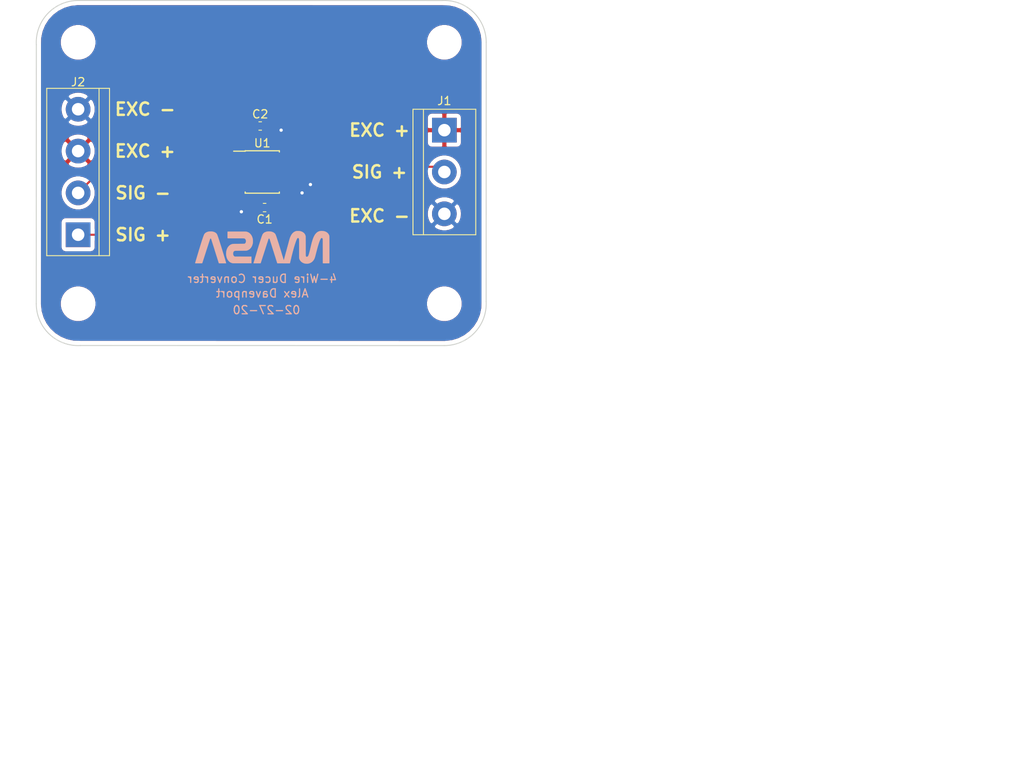
<source format=kicad_pcb>
(kicad_pcb (version 20171130) (host pcbnew "(5.1.0)-1")

  (general
    (thickness 1.6)
    (drawings 15)
    (tracks 19)
    (zones 0)
    (modules 11)
    (nets 8)
  )

  (page A4)
  (layers
    (0 F.Cu signal)
    (31 B.Cu signal)
    (32 B.Adhes user)
    (33 F.Adhes user)
    (34 B.Paste user)
    (35 F.Paste user)
    (36 B.SilkS user)
    (37 F.SilkS user)
    (38 B.Mask user)
    (39 F.Mask user)
    (40 Dwgs.User user)
    (41 Cmts.User user)
    (42 Eco1.User user)
    (43 Eco2.User user)
    (44 Edge.Cuts user)
    (45 Margin user)
    (46 B.CrtYd user)
    (47 F.CrtYd user)
    (48 B.Fab user)
    (49 F.Fab user)
  )

  (setup
    (last_trace_width 0.25)
    (user_trace_width 0.508)
    (trace_clearance 0.2)
    (zone_clearance 0.508)
    (zone_45_only no)
    (trace_min 0.2)
    (via_size 0.8)
    (via_drill 0.4)
    (via_min_size 0.4)
    (via_min_drill 0.3)
    (uvia_size 0.3)
    (uvia_drill 0.1)
    (uvias_allowed no)
    (uvia_min_size 0.2)
    (uvia_min_drill 0.1)
    (edge_width 0.05)
    (segment_width 0.2)
    (pcb_text_width 0.3)
    (pcb_text_size 1.5 1.5)
    (mod_edge_width 0.12)
    (mod_text_size 1 1)
    (mod_text_width 0.15)
    (pad_size 1.524 1.524)
    (pad_drill 0.762)
    (pad_to_mask_clearance 0.051)
    (solder_mask_min_width 0.25)
    (aux_axis_origin 0 0)
    (visible_elements 7FFFEFFF)
    (pcbplotparams
      (layerselection 0x010fc_ffffffff)
      (usegerberextensions false)
      (usegerberattributes false)
      (usegerberadvancedattributes false)
      (creategerberjobfile false)
      (excludeedgelayer true)
      (linewidth 0.100000)
      (plotframeref false)
      (viasonmask false)
      (mode 1)
      (useauxorigin false)
      (hpglpennumber 1)
      (hpglpenspeed 20)
      (hpglpendiameter 15.000000)
      (psnegative false)
      (psa4output false)
      (plotreference true)
      (plotvalue true)
      (plotinvisibletext false)
      (padsonsilk false)
      (subtractmaskfromsilk false)
      (outputformat 1)
      (mirror false)
      (drillshape 0)
      (scaleselection 1)
      (outputdirectory "gerbers/"))
  )

  (net 0 "")
  (net 1 +5V)
  (net 2 out)
  (net 3 GND)
  (net 4 in_n)
  (net 5 in_p)
  (net 6 "Net-(U1-Pad2)")
  (net 7 "Net-(U1-Pad3)")

  (net_class Default "This is the default net class."
    (clearance 0.2)
    (trace_width 0.25)
    (via_dia 0.8)
    (via_drill 0.4)
    (uvia_dia 0.3)
    (uvia_drill 0.1)
    (add_net +5V)
    (add_net GND)
    (add_net "Net-(U1-Pad2)")
    (add_net "Net-(U1-Pad3)")
    (add_net in_n)
    (add_net in_p)
    (add_net out)
  )

  (module davenport_kicad_footprints:logowname (layer B.Cu) (tedit 5E58480D) (tstamp 5E589B4B)
    (at 136.652 113.792 180)
    (fp_text reference G*** (at 0 5.08 180) (layer B.Fab) hide
      (effects (font (size 1.524 1.524) (thickness 0.3)) (justify mirror))
    )
    (fp_text value LOGO (at 0.75 5.08 180) (layer B.Fab) hide
      (effects (font (size 1.524 1.524) (thickness 0.3)) (justify mirror))
    )
    (fp_text user "4-Wire Ducer Converter" (at 0 -3.81 180) (layer B.SilkS)
      (effects (font (size 1 1) (thickness 0.15)) (justify mirror))
    )
    (fp_text user "Alex Davenport" (at 0 -5.588 180) (layer B.SilkS)
      (effects (font (size 1 1) (thickness 0.15)) (justify mirror))
    )
    (fp_text user 02-27-20 (at -0.508 -7.62 180) (layer B.SilkS)
      (effects (font (size 1 1) (thickness 0.15)) (justify mirror))
    )
    (fp_poly (pts (xy 6.323702 1.927568) (xy 6.373152 1.926112) (xy 6.418298 1.923677) (xy 6.457006 1.920267)
      (xy 6.487144 1.915883) (xy 6.490447 1.915215) (xy 6.584564 1.892707) (xy 6.668972 1.866817)
      (xy 6.7447 1.837035) (xy 6.812777 1.802854) (xy 6.874231 1.763766) (xy 6.930092 1.719263)
      (xy 6.974454 1.67626) (xy 7.009137 1.635943) (xy 7.038912 1.592718) (xy 7.065282 1.543915)
      (xy 7.089751 1.486864) (xy 7.105581 1.443421) (xy 7.114961 1.417254) (xy 7.127353 1.384131)
      (xy 7.141041 1.348573) (xy 7.152572 1.319424) (xy 7.16722 1.281324) (xy 7.183077 1.237433)
      (xy 7.197917 1.194029) (xy 7.206596 1.167018) (xy 7.217974 1.131307) (xy 7.230409 1.094007)
      (xy 7.242287 1.059875) (xy 7.250832 1.036662) (xy 7.261144 1.008336) (xy 7.273175 0.973034)
      (xy 7.28522 0.935852) (xy 7.293079 0.910327) (xy 7.302664 0.879215) (xy 7.312061 0.850291)
      (xy 7.320146 0.826925) (xy 7.325487 0.813171) (xy 7.330776 0.799199) (xy 7.33864 0.775844)
      (xy 7.348214 0.745792) (xy 7.358634 0.711728) (xy 7.364529 0.691856) (xy 7.37623 0.652604)
      (xy 7.388691 0.611897) (xy 7.400657 0.573764) (xy 7.410876 0.542237) (xy 7.413844 0.5334)
      (xy 7.424982 0.499671) (xy 7.436697 0.462565) (xy 7.446951 0.428571) (xy 7.44968 0.4191)
      (xy 7.459264 0.386642) (xy 7.470284 0.351331) (xy 7.480515 0.320281) (xy 7.481472 0.3175)
      (xy 7.489895 0.292168) (xy 7.50154 0.255569) (xy 7.516166 0.208495) (xy 7.533531 0.151737)
      (xy 7.553394 0.086086) (xy 7.575512 0.012333) (xy 7.599644 -0.068732) (xy 7.606564 -0.092075)
      (xy 7.618117 -0.130485) (xy 7.629715 -0.167996) (xy 7.640403 -0.201597) (xy 7.64923 -0.228279)
      (xy 7.653817 -0.2413) (xy 7.660425 -0.26053) (xy 7.669583 -0.289109) (xy 7.680447 -0.3243)
      (xy 7.692172 -0.363369) (xy 7.703812 -0.403225) (xy 7.715285 -0.443004) (xy 7.726712 -0.482428)
      (xy 7.738398 -0.52251) (xy 7.750644 -0.564268) (xy 7.763753 -0.608716) (xy 7.778027 -0.65687)
      (xy 7.793769 -0.709747) (xy 7.811282 -0.76836) (xy 7.830867 -0.833727) (xy 7.852828 -0.906863)
      (xy 7.877466 -0.988784) (xy 7.905085 -1.080505) (xy 7.935986 -1.183042) (xy 7.941144 -1.20015)
      (xy 7.954978 -1.246199) (xy 7.969394 -1.294472) (xy 7.983375 -1.341538) (xy 7.9959 -1.383966)
      (xy 8.005953 -1.418329) (xy 8.007134 -1.4224) (xy 8.018321 -1.460661) (xy 8.030446 -1.501527)
      (xy 8.042048 -1.540113) (xy 8.051669 -1.571536) (xy 8.051697 -1.571625) (xy 8.059194 -1.596096)
      (xy 8.069416 -1.629961) (xy 8.081573 -1.670575) (xy 8.094874 -1.715295) (xy 8.108531 -1.761476)
      (xy 8.115848 -1.786339) (xy 8.12972 -1.833933) (xy 8.1402 -1.870901) (xy 8.147598 -1.898581)
      (xy 8.152224 -1.918307) (xy 8.154386 -1.931419) (xy 8.154396 -1.939251) (xy 8.152561 -1.943141)
      (xy 8.152235 -1.943404) (xy 8.145333 -1.944489) (xy 8.12845 -1.945466) (xy 8.10263 -1.946335)
      (xy 8.068915 -1.947094) (xy 8.02835 -1.947746) (xy 7.981976 -1.948289) (xy 7.930837 -1.948724)
      (xy 7.875977 -1.94905) (xy 7.818438 -1.949269) (xy 7.759264 -1.949379) (xy 7.699498 -1.949381)
      (xy 7.640183 -1.949276) (xy 7.582362 -1.949062) (xy 7.527078 -1.948741) (xy 7.475375 -1.948311)
      (xy 7.428296 -1.947775) (xy 7.386884 -1.94713) (xy 7.352182 -1.946378) (xy 7.325234 -1.945518)
      (xy 7.307082 -1.944551) (xy 7.298769 -1.943477) (xy 7.298502 -1.943353) (xy 7.294942 -1.940181)
      (xy 7.2909 -1.934337) (xy 7.286107 -1.925026) (xy 7.280292 -1.911449) (xy 7.273184 -1.89281)
      (xy 7.264514 -1.868311) (xy 7.25401 -1.837156) (xy 7.241403 -1.798548) (xy 7.226421 -1.751689)
      (xy 7.208795 -1.695782) (xy 7.188254 -1.630031) (xy 7.164527 -1.553638) (xy 7.146216 -1.494496)
      (xy 7.134123 -1.456311) (xy 7.12027 -1.413985) (xy 7.106616 -1.373441) (xy 7.097925 -1.348446)
      (xy 7.085585 -1.312406) (xy 7.072526 -1.272265) (xy 7.060726 -1.234181) (xy 7.055398 -1.216025)
      (xy 7.045215 -1.182016) (xy 7.033506 -1.145543) (xy 7.022245 -1.112674) (xy 7.018244 -1.101725)
      (xy 7.009207 -1.076242) (xy 6.998069 -1.042742) (xy 6.986145 -1.005283) (xy 6.97475 -0.967924)
      (xy 6.973004 -0.962025) (xy 6.962254 -0.926277) (xy 6.951226 -0.8909) (xy 6.941077 -0.85952)
      (xy 6.93296 -0.835763) (xy 6.931536 -0.83185) (xy 6.924229 -0.811002) (xy 6.914431 -0.781475)
      (xy 6.903224 -0.746607) (xy 6.89169 -0.709735) (xy 6.886972 -0.694334) (xy 6.875741 -0.657918)
      (xy 6.864509 -0.622375) (xy 6.854318 -0.590945) (xy 6.84621 -0.566866) (xy 6.843576 -0.55945)
      (xy 6.836578 -0.539124) (xy 6.827184 -0.510196) (xy 6.816487 -0.476115) (xy 6.805582 -0.440324)
      (xy 6.802581 -0.430266) (xy 6.791048 -0.39232) (xy 6.778611 -0.3529) (xy 6.766642 -0.31627)
      (xy 6.756513 -0.286694) (xy 6.755037 -0.282575) (xy 6.746447 -0.258009) (xy 6.735176 -0.224586)
      (xy 6.722249 -0.18541) (xy 6.708691 -0.143585) (xy 6.696333 -0.104775) (xy 6.681477 -0.057939)
      (xy 6.664783 -0.005776) (xy 6.647765 0.04701) (xy 6.631938 0.095714) (xy 6.62272 0.123825)
      (xy 6.608295 0.167942) (xy 6.592464 0.216937) (xy 6.576784 0.265955) (xy 6.562812 0.310142)
      (xy 6.557537 0.327025) (xy 6.545511 0.365541) (xy 6.533882 0.402378) (xy 6.521877 0.439921)
      (xy 6.508726 0.480557) (xy 6.493659 0.526673) (xy 6.475904 0.580653) (xy 6.462157 0.6223)
      (xy 6.452685 0.651115) (xy 6.440767 0.687589) (xy 6.427787 0.727475) (xy 6.41513 0.766524)
      (xy 6.412487 0.7747) (xy 6.391293 0.840319) (xy 6.37351 0.895043) (xy 6.358658 0.93986)
      (xy 6.346258 0.975758) (xy 6.335833 1.003726) (xy 6.326902 1.024752) (xy 6.318986 1.039824)
      (xy 6.311608 1.04993) (xy 6.304287 1.056058) (xy 6.296545 1.059198) (xy 6.287903 1.060337)
      (xy 6.277882 1.060463) (xy 6.273998 1.06045) (xy 6.258533 1.059532) (xy 6.245242 1.055996)
      (xy 6.233445 1.048668) (xy 6.22246 1.036375) (xy 6.211606 1.017944) (xy 6.200204 0.992201)
      (xy 6.187572 0.957973) (xy 6.17303 0.914087) (xy 6.155897 0.85937) (xy 6.154267 0.854075)
      (xy 6.130282 0.776163) (xy 6.109631 0.7092) (xy 6.091989 0.652156) (xy 6.077033 0.603999)
      (xy 6.064437 0.5637) (xy 6.053879 0.530226) (xy 6.045032 0.502547) (xy 6.037574 0.479633)
      (xy 6.03118 0.460452) (xy 6.025525 0.443973) (xy 6.023148 0.4372) (xy 6.011893 0.403549)
      (xy 6.000088 0.365387) (xy 5.990057 0.330265) (xy 5.988941 0.326075) (xy 5.980945 0.297939)
      (xy 5.97004 0.262593) (xy 5.957644 0.224508) (xy 5.945177 0.188154) (xy 5.944884 0.187325)
      (xy 5.931801 0.14935) (xy 5.916948 0.104543) (xy 5.902028 0.058127) (xy 5.88874 0.015324)
      (xy 5.886989 0.009525) (xy 5.875923 -0.026714) (xy 5.864832 -0.062044) (xy 5.85476 -0.093207)
      (xy 5.84675 -0.116944) (xy 5.844286 -0.123825) (xy 5.8371 -0.144709) (xy 5.827745 -0.173924)
      (xy 5.817399 -0.207699) (xy 5.807237 -0.242266) (xy 5.806604 -0.244475) (xy 5.789811 -0.302412)
      (xy 5.771969 -0.362605) (xy 5.753835 -0.422594) (xy 5.736166 -0.479922) (xy 5.719719 -0.532127)
      (xy 5.705251 -0.576752) (xy 5.695233 -0.606425) (xy 5.68381 -0.640756) (xy 5.672013 -0.678528)
      (xy 5.661765 -0.713513) (xy 5.658304 -0.726179) (xy 5.648877 -0.759332) (xy 5.637144 -0.79713)
      (xy 5.625285 -0.832617) (xy 5.622496 -0.840479) (xy 5.61266 -0.869028) (xy 5.600838 -0.90525)
      (xy 5.588437 -0.944736) (xy 5.576866 -0.983076) (xy 5.575591 -0.987419) (xy 5.565673 -1.020616)
      (xy 5.556216 -1.050962) (xy 5.548107 -1.075708) (xy 5.54223 -1.092101) (xy 5.540858 -1.095369)
      (xy 5.536644 -1.106041) (xy 5.530087 -1.124905) (xy 5.521023 -1.152484) (xy 5.509287 -1.189303)
      (xy 5.494714 -1.235884) (xy 5.47714 -1.292753) (xy 5.456398 -1.360433) (xy 5.432326 -1.439447)
      (xy 5.424002 -1.46685) (xy 5.411462 -1.50766) (xy 5.398941 -1.547529) (xy 5.387314 -1.583731)
      (xy 5.377458 -1.613538) (xy 5.370249 -1.634223) (xy 5.369916 -1.635125) (xy 5.362593 -1.656265)
      (xy 5.352856 -1.686391) (xy 5.341675 -1.7224) (xy 5.330017 -1.761191) (xy 5.32212 -1.788235)
      (xy 5.30829 -1.835299) (xy 5.296866 -1.871631) (xy 5.287213 -1.89871) (xy 5.278696 -1.918011)
      (xy 5.270681 -1.931013) (xy 5.262532 -1.93919) (xy 5.255477 -1.943258) (xy 5.247223 -1.944442)
      (xy 5.228422 -1.945517) (xy 5.199551 -1.946477) (xy 5.161086 -1.947315) (xy 5.113505 -1.948025)
      (xy 5.057284 -1.948599) (xy 4.9929 -1.949031) (xy 4.92083 -1.949315) (xy 4.841552 -1.949443)
      (xy 4.81709 -1.94945) (xy 4.736433 -1.949416) (xy 4.666147 -1.949305) (xy 4.605579 -1.949106)
      (xy 4.554078 -1.948804) (xy 4.510989 -1.948388) (xy 4.47566 -1.947844) (xy 4.447439 -1.94716)
      (xy 4.425672 -1.946323) (xy 4.409707 -1.94532) (xy 4.398891 -1.944137) (xy 4.392571 -1.942764)
      (xy 4.390094 -1.941186) (xy 4.390051 -1.941075) (xy 4.390505 -1.931922) (xy 4.39383 -1.912931)
      (xy 4.39948 -1.886341) (xy 4.406909 -1.854389) (xy 4.415573 -1.819315) (xy 4.424925 -1.783356)
      (xy 4.434422 -1.748749) (xy 4.443517 -1.717734) (xy 4.447766 -1.704201) (xy 4.455024 -1.680949)
      (xy 4.464666 -1.648902) (xy 4.475718 -1.611362) (xy 4.487205 -1.57163) (xy 4.494433 -1.546225)
      (xy 4.509973 -1.491751) (xy 4.526967 -1.433129) (xy 4.544721 -1.372676) (xy 4.562542 -1.312709)
      (xy 4.579739 -1.255545) (xy 4.595617 -1.203503) (xy 4.609484 -1.158898) (xy 4.620647 -1.12405)
      (xy 4.62068 -1.12395) (xy 4.629673 -1.095748) (xy 4.640851 -1.059493) (xy 4.652992 -1.019206)
      (xy 4.664877 -0.978911) (xy 4.668851 -0.9652) (xy 4.693477 -0.880209) (xy 4.714902 -0.807197)
      (xy 4.733173 -0.746005) (xy 4.74834 -0.696476) (xy 4.760449 -0.658451) (xy 4.769548 -0.631773)
      (xy 4.770368 -0.629521) (xy 4.777022 -0.61007) (xy 4.78618 -0.581434) (xy 4.796944 -0.546511)
      (xy 4.80842 -0.508197) (xy 4.817491 -0.477121) (xy 4.830239 -0.433484) (xy 4.845426 -0.382437)
      (xy 4.861692 -0.328494) (xy 4.877678 -0.27617) (xy 4.889471 -0.238125) (xy 4.904145 -0.191086)
      (xy 4.921117 -0.136517) (xy 4.939009 -0.078863) (xy 4.956442 -0.022566) (xy 4.972038 0.027932)
      (xy 4.972236 0.028575) (xy 4.985647 0.07191) (xy 4.998929 0.114519) (xy 5.011274 0.153834)
      (xy 5.021874 0.187286) (xy 5.029922 0.212306) (xy 5.032145 0.219075) (xy 5.053757 0.285132)
      (xy 5.07737 0.358838) (xy 5.101583 0.43576) (xy 5.124995 0.511467) (xy 5.137468 0.55245)
      (xy 5.149831 0.592788) (xy 5.162943 0.634612) (xy 5.17558 0.674076) (xy 5.186515 0.707336)
      (xy 5.191062 0.720725) (xy 5.202447 0.754694) (xy 5.214305 0.791698) (xy 5.224717 0.825691)
      (xy 5.228364 0.8382) (xy 5.238329 0.870721) (xy 5.25025 0.906091) (xy 5.261707 0.93716)
      (xy 5.262752 0.9398) (xy 5.271936 0.964265) (xy 5.283301 0.996712) (xy 5.295468 1.033102)
      (xy 5.307062 1.069397) (xy 5.308225 1.07315) (xy 5.320528 1.111625) (xy 5.336124 1.158256)
      (xy 5.354174 1.210711) (xy 5.373838 1.26666) (xy 5.394278 1.32377) (xy 5.414654 1.379709)
      (xy 5.434129 1.432147) (xy 5.451864 1.478751) (xy 5.467018 1.517189) (xy 5.47441 1.535094)
      (xy 5.508677 1.601575) (xy 5.552786 1.66251) (xy 5.606633 1.71783) (xy 5.670114 1.767468)
      (xy 5.743127 1.811355) (xy 5.825567 1.849424) (xy 5.91733 1.881608) (xy 6.018312 1.907837)
      (xy 6.056052 1.915644) (xy 6.086537 1.920102) (xy 6.125515 1.923568) (xy 6.170854 1.926046)
      (xy 6.22042 1.927537) (xy 6.27208 1.928044) (xy 6.323702 1.927568)) (layer B.SilkS) (width 0.01))
    (fp_poly (pts (xy 3.253138 1.912145) (xy 3.350822 1.912043) (xy 3.446314 1.911884) (xy 3.539002 1.911669)
      (xy 3.628273 1.9114) (xy 3.713516 1.911078) (xy 3.794119 1.910704) (xy 3.86947 1.910281)
      (xy 3.938958 1.909809) (xy 4.001969 1.909291) (xy 4.057894 1.908727) (xy 4.106119 1.908119)
      (xy 4.146034 1.90747) (xy 4.177025 1.906779) (xy 4.198482 1.906049) (xy 4.209792 1.905281)
      (xy 4.211389 1.904936) (xy 4.213615 1.90328) (xy 4.215516 1.900635) (xy 4.217118 1.896059)
      (xy 4.218446 1.888605) (xy 4.219526 1.87733) (xy 4.220383 1.861289) (xy 4.221043 1.839538)
      (xy 4.221533 1.811131) (xy 4.221877 1.775124) (xy 4.2221 1.730573) (xy 4.22223 1.676533)
      (xy 4.222291 1.612059) (xy 4.222309 1.536206) (xy 4.222309 1.502536) (xy 4.222298 1.42178)
      (xy 4.222248 1.352769) (xy 4.222134 1.294553) (xy 4.221932 1.246175) (xy 4.221618 1.206685)
      (xy 4.221167 1.175127) (xy 4.220555 1.15055) (xy 4.219758 1.131998) (xy 4.218751 1.118519)
      (xy 4.21751 1.10916) (xy 4.21601 1.102968) (xy 4.214228 1.098988) (xy 4.212137 1.096267)
      (xy 4.211909 1.096026) (xy 4.210128 1.094676) (xy 4.207171 1.093444) (xy 4.202561 1.092325)
      (xy 4.195817 1.091314) (xy 4.186463 1.090406) (xy 4.174019 1.089597) (xy 4.158007 1.088881)
      (xy 4.137949 1.088254) (xy 4.113366 1.087712) (xy 4.08378 1.087249) (xy 4.048713 1.08686)
      (xy 4.007685 1.086542) (xy 3.960219 1.086288) (xy 3.905836 1.086094) (xy 3.844058 1.085956)
      (xy 3.774406 1.085869) (xy 3.696402 1.085827) (xy 3.609567 1.085827) (xy 3.513424 1.085863)
      (xy 3.407492 1.08593) (xy 3.291295 1.086024) (xy 3.218344 1.08609) (xy 3.1146 1.08616)
      (xy 3.013556 1.086177) (xy 2.915787 1.086144) (xy 2.82187 1.086062) (xy 2.732379 1.085935)
      (xy 2.64789 1.085763) (xy 2.568979 1.085549) (xy 2.496221 1.085296) (xy 2.430191 1.085005)
      (xy 2.371465 1.084678) (xy 2.320619 1.084318) (xy 2.278228 1.083927) (xy 2.244868 1.083506)
      (xy 2.221114 1.083058) (xy 2.207541 1.082586) (xy 2.204862 1.082358) (xy 2.173807 1.073515)
      (xy 2.139563 1.05705) (xy 2.105963 1.035131) (xy 2.077122 1.01021) (xy 2.056223 0.984144)
      (xy 2.035714 0.950217) (xy 2.018086 0.913037) (xy 2.006435 0.879475) (xy 1.99982 0.860225)
      (xy 1.992183 0.844657) (xy 1.990569 0.842296) (xy 1.986778 0.835092) (xy 1.984221 0.823791)
      (xy 1.982698 0.806198) (xy 1.98201 0.780115) (xy 1.981944 0.747046) (xy 1.98239 0.709799)
      (xy 1.983616 0.682004) (xy 1.985956 0.660424) (xy 1.989746 0.641823) (xy 1.994505 0.625475)
      (xy 2.019005 0.565965) (xy 2.051317 0.515211) (xy 2.091084 0.473627) (xy 2.137948 0.441628)
      (xy 2.16347 0.429542) (xy 2.171168 0.428357) (xy 2.188468 0.427231) (xy 2.215503 0.426161)
      (xy 2.252409 0.425145) (xy 2.299321 0.424182) (xy 2.356373 0.42327) (xy 2.423701 0.422405)
      (xy 2.501439 0.421587) (xy 2.589723 0.420813) (xy 2.688686 0.420081) (xy 2.798465 0.41939)
      (xy 2.863564 0.419025) (xy 2.964474 0.418481) (xy 3.054989 0.417981) (xy 3.135739 0.417509)
      (xy 3.207352 0.41705) (xy 3.270458 0.41659) (xy 3.325687 0.416111) (xy 3.373666 0.415601)
      (xy 3.415026 0.415042) (xy 3.450396 0.414419) (xy 3.480405 0.413719) (xy 3.505682 0.412924)
      (xy 3.526857 0.41202) (xy 3.544559 0.410992) (xy 3.559417 0.409824) (xy 3.572061 0.4085)
      (xy 3.583119 0.407007) (xy 3.59322 0.405328) (xy 3.602995 0.403448) (xy 3.613073 0.401351)
      (xy 3.615973 0.400736) (xy 3.681147 0.384121) (xy 3.746896 0.362216) (xy 3.80936 0.336457)
      (xy 3.86449 0.308385) (xy 3.948357 0.253361) (xy 4.026569 0.187833) (xy 4.098559 0.112563)
      (xy 4.163763 0.028312) (xy 4.221615 -0.064157) (xy 4.271548 -0.164083) (xy 4.312997 -0.270705)
      (xy 4.326743 -0.313946) (xy 4.344839 -0.376959) (xy 4.359191 -0.433307) (xy 4.370262 -0.486071)
      (xy 4.378515 -0.538326) (xy 4.384415 -0.593151) (xy 4.388424 -0.653624) (xy 4.391007 -0.722824)
      (xy 4.391537 -0.744134) (xy 4.392547 -0.794754) (xy 4.392874 -0.836906) (xy 4.392264 -0.873236)
      (xy 4.390461 -0.906394) (xy 4.387211 -0.939028) (xy 4.38226 -0.973787) (xy 4.375354 -1.013319)
      (xy 4.366236 -1.060272) (xy 4.35657 -1.107941) (xy 4.343912 -1.167276) (xy 4.332016 -1.216844)
      (xy 4.320005 -1.259435) (xy 4.307001 -1.297842) (xy 4.292128 -1.334856) (xy 4.274509 -1.373267)
      (xy 4.270836 -1.380838) (xy 4.21454 -1.485841) (xy 4.153743 -1.579401) (xy 4.088053 -1.661855)
      (xy 4.017082 -1.733543) (xy 3.940439 -1.794806) (xy 3.857733 -1.845981) (xy 3.768575 -1.887408)
      (xy 3.672574 -1.919427) (xy 3.642607 -1.927194) (xy 3.575267 -1.943573) (xy 2.445634 -1.944924)
      (xy 2.294681 -1.945073) (xy 2.154428 -1.945148) (xy 2.024898 -1.945148) (xy 1.906117 -1.945073)
      (xy 1.798109 -1.944924) (xy 1.700897 -1.944701) (xy 1.614506 -1.944404) (xy 1.538961 -1.944032)
      (xy 1.474285 -1.943586) (xy 1.420502 -1.943067) (xy 1.377638 -1.942474) (xy 1.345716 -1.941806)
      (xy 1.32476 -1.941066) (xy 1.314796 -1.940252) (xy 1.313896 -1.939925) (xy 1.313549 -1.932619)
      (xy 1.313265 -1.913707) (xy 1.313044 -1.884283) (xy 1.31289 -1.845441) (xy 1.312803 -1.798275)
      (xy 1.312786 -1.743877) (xy 1.31284 -1.683344) (xy 1.312967 -1.617767) (xy 1.313169 -1.548241)
      (xy 1.31322 -1.533525) (xy 1.314649 -1.133475) (xy 3.326585 -1.127125) (xy 3.358837 -1.112958)
      (xy 3.389739 -1.097811) (xy 3.414157 -1.081411) (xy 3.43648 -1.060396) (xy 3.454199 -1.039936)
      (xy 3.4858 -0.995516) (xy 3.509191 -0.94842) (xy 3.525172 -0.896302) (xy 3.534546 -0.836816)
      (xy 3.537331 -0.79665) (xy 3.537841 -0.736095) (xy 3.533442 -0.684001) (xy 3.523684 -0.637215)
      (xy 3.508312 -0.593043) (xy 3.480603 -0.539935) (xy 3.445829 -0.496542) (xy 3.404268 -0.463111)
      (xy 3.356203 -0.43989) (xy 3.323829 -0.430847) (xy 3.314175 -0.429575) (xy 3.297417 -0.42838)
      (xy 3.273211 -0.427258) (xy 3.241213 -0.426203) (xy 3.201082 -0.425208) (xy 3.152473 -0.42427)
      (xy 3.095044 -0.423381) (xy 3.028451 -0.422536) (xy 2.95235 -0.421729) (xy 2.866399 -0.420955)
      (xy 2.770254 -0.420209) (xy 2.663573 -0.419484) (xy 2.615517 -0.419184) (xy 2.51545 -0.418573)
      (xy 2.425784 -0.418012) (xy 2.345896 -0.417485) (xy 2.275162 -0.416978) (xy 2.21296 -0.416474)
      (xy 2.158666 -0.415958) (xy 2.111657 -0.415414) (xy 2.071309 -0.414826) (xy 2.037 -0.414179)
      (xy 2.008107 -0.413457) (xy 1.984006 -0.412645) (xy 1.964073 -0.411727) (xy 1.947687 -0.410687)
      (xy 1.934222 -0.409509) (xy 1.923058 -0.408179) (xy 1.913569 -0.406679) (xy 1.905133 -0.404995)
      (xy 1.897127 -0.403112) (xy 1.888928 -0.401012) (xy 1.888633 -0.400936) (xy 1.787839 -0.369205)
      (xy 1.694317 -0.328208) (xy 1.607656 -0.2776) (xy 1.527447 -0.21704) (xy 1.453277 -0.146182)
      (xy 1.384735 -0.064685) (xy 1.321411 0.027795) (xy 1.272225 0.113695) (xy 1.250687 0.157932)
      (xy 1.23023 0.207625) (xy 1.210131 0.264768) (xy 1.189666 0.331354) (xy 1.177463 0.37465)
      (xy 1.169208 0.404074) (xy 1.161681 0.4297) (xy 1.155728 0.448716) (xy 1.15227 0.458166)
      (xy 1.14831 0.472488) (xy 1.144613 0.497873) (xy 1.141286 0.532685) (xy 1.138435 0.57529)
      (xy 1.136167 0.624051) (xy 1.134587 0.677333) (xy 1.133802 0.7335) (xy 1.133757 0.742929)
      (xy 1.134397 0.819321) (xy 1.137152 0.886166) (xy 1.142402 0.946463) (xy 1.150529 1.003206)
      (xy 1.161913 1.059394) (xy 1.176934 1.118021) (xy 1.185036 1.146175) (xy 1.21902 1.249084)
      (xy 1.256894 1.340963) (xy 1.299114 1.422851) (xy 1.324135 1.463675) (xy 1.360573 1.515922)
      (xy 1.402313 1.569563) (xy 1.446712 1.621512) (xy 1.491126 1.668683) (xy 1.532912 1.707989)
      (xy 1.534593 1.709441) (xy 1.601727 1.760397) (xy 1.677808 1.805703) (xy 1.76168 1.844786)
      (xy 1.852187 1.877074) (xy 1.901693 1.891042) (xy 1.965083 1.907378) (xy 2.2903 1.909675)
      (xy 2.37626 1.91023) (xy 2.466146 1.910712) (xy 2.559345 1.911124) (xy 2.655247 1.911466)
      (xy 2.753239 1.91174) (xy 2.852709 1.911948) (xy 2.953046 1.912091) (xy 3.053638 1.91217)
      (xy 3.153872 1.912188) (xy 3.253138 1.912145)) (layer B.SilkS) (width 0.01))
    (fp_poly (pts (xy -7.064545 1.979661) (xy -6.978253 1.96615) (xy -6.897429 1.945077) (xy -6.820719 1.91605)
      (xy -6.74677 1.878676) (xy -6.674227 1.832561) (xy -6.636638 1.805018) (xy -6.59932 1.773665)
      (xy -6.558027 1.734158) (xy -6.514911 1.688903) (xy -6.472125 1.640305) (xy -6.431819 1.590768)
      (xy -6.396146 1.542699) (xy -6.378393 1.516386) (xy -6.318428 1.415867) (xy -6.260637 1.303572)
      (xy -6.205334 1.180243) (xy -6.152838 1.046622) (xy -6.103464 0.903452) (xy -6.068767 0.790575)
      (xy -6.056904 0.750298) (xy -6.045458 0.711986) (xy -6.035163 0.678052) (xy -6.026752 0.650909)
      (xy -6.020958 0.632969) (xy -6.020251 0.630906) (xy -6.01479 0.613163) (xy -6.007392 0.586221)
      (xy -5.998868 0.553181) (xy -5.990029 0.517141) (xy -5.986157 0.500731) (xy -5.976479 0.460109)
      (xy -5.965842 0.416997) (xy -5.955392 0.375946) (xy -5.946271 0.341506) (xy -5.944338 0.33448)
      (xy -5.936505 0.304651) (xy -5.927095 0.266234) (xy -5.916999 0.223016) (xy -5.907108 0.178786)
      (xy -5.90101 0.15033) (xy -5.891961 0.108446) (xy -5.882307 0.06587) (xy -5.872876 0.026117)
      (xy -5.864498 -0.007297) (xy -5.859598 -0.0254) (xy -5.852468 -0.052136) (xy -5.843685 -0.087719)
      (xy -5.834082 -0.128622) (xy -5.824493 -0.171317) (xy -5.81816 -0.200739) (xy -5.808594 -0.244566)
      (xy -5.797904 -0.290989) (xy -5.78708 -0.33586) (xy -5.777113 -0.375033) (xy -5.771863 -0.394414)
      (xy -5.761699 -0.431441) (xy -5.751155 -0.47116) (xy -5.741598 -0.508351) (xy -5.735433 -0.5334)
      (xy -5.728098 -0.56257) (xy -5.718143 -0.599818) (xy -5.706177 -0.643073) (xy -5.692806 -0.690263)
      (xy -5.678639 -0.739316) (xy -5.664282 -0.788163) (xy -5.650344 -0.834731) (xy -5.637431 -0.87695)
      (xy -5.626151 -0.912748) (xy -5.617111 -0.940055) (xy -5.612166 -0.953718) (xy -5.583925 -1.0166)
      (xy -5.553003 -1.067293) (xy -5.519281 -1.105958) (xy -5.482642 -1.132759) (xy -5.482247 -1.132975)
      (xy -5.449794 -1.147007) (xy -5.415566 -1.155613) (xy -5.383324 -1.158121) (xy -5.359987 -1.154869)
      (xy -5.34121 -1.145713) (xy -5.322223 -1.13057) (xy -5.30616 -1.112583) (xy -5.296159 -1.094898)
      (xy -5.29467 -1.089361) (xy -5.292363 -1.077007) (xy -5.288287 -1.056472) (xy -5.283269 -1.03192)
      (xy -5.282601 -1.0287) (xy -5.281371 -1.022267) (xy -5.280247 -1.014947) (xy -5.279221 -1.006169)
      (xy -5.278291 -0.995366) (xy -5.277449 -0.981967) (xy -5.276692 -0.965405) (xy -5.276014 -0.94511)
      (xy -5.27541 -0.920514) (xy -5.274874 -0.891048) (xy -5.274402 -0.856142) (xy -5.273988 -0.815228)
      (xy -5.273628 -0.767737) (xy -5.273315 -0.713101) (xy -5.273046 -0.65075) (xy -5.272814 -0.580115)
      (xy -5.272615 -0.500628) (xy -5.272444 -0.41172) (xy -5.272294 -0.312821) (xy -5.272162 -0.203364)
      (xy -5.272042 -0.082778) (xy -5.271929 0.049504) (xy -5.271844 0.15875) (xy -5.271705 0.31374)
      (xy -5.271528 0.456354) (xy -5.271313 0.586916) (xy -5.271057 0.705751) (xy -5.270758 0.813184)
      (xy -5.270414 0.909537) (xy -5.270024 0.995137) (xy -5.269585 1.070306) (xy -5.269096 1.135369)
      (xy -5.268553 1.19065) (xy -5.267957 1.236474) (xy -5.267303 1.273165) (xy -5.266591 1.301047)
      (xy -5.265819 1.320444) (xy -5.264984 1.331681) (xy -5.264723 1.3335) (xy -5.255355 1.379641)
      (xy -5.244282 1.420494) (xy -5.229839 1.461491) (xy -5.213324 1.501302) (xy -5.191353 1.549466)
      (xy -5.170746 1.588999) (xy -5.149399 1.623326) (xy -5.12521 1.65587) (xy -5.100513 1.685067)
      (xy -5.034837 1.750771) (xy -4.960488 1.809247) (xy -4.878033 1.860204) (xy -4.788034 1.903346)
      (xy -4.691058 1.93838) (xy -4.587669 1.965013) (xy -4.547526 1.972745) (xy -4.523669 1.976425)
      (xy -4.497982 1.97926) (xy -4.46872 1.981339) (xy -4.434135 1.98275) (xy -4.392482 1.983584)
      (xy -4.342016 1.983927) (xy -4.327039 1.983947) (xy -4.273255 1.983747) (xy -4.228495 1.982889)
      (xy -4.190765 1.981061) (xy -4.15807 1.977954) (xy -4.128414 1.973257) (xy -4.099803 1.96666)
      (xy -4.070241 1.957851) (xy -4.037733 1.94652) (xy -4.003439 1.933575) (xy -3.912679 1.891937)
      (xy -3.82637 1.838829) (xy -3.744767 1.774525) (xy -3.668126 1.699301) (xy -3.596702 1.613431)
      (xy -3.53075 1.517188) (xy -3.470527 1.410848) (xy -3.422475 1.309143) (xy -3.407817 1.275484)
      (xy -3.394311 1.244795) (xy -3.382947 1.219305) (xy -3.37472 1.201245) (xy -3.371144 1.1938)
      (xy -3.364154 1.177285) (xy -3.355201 1.151825) (xy -3.345257 1.120719) (xy -3.335297 1.087264)
      (xy -3.326293 1.054757) (xy -3.319219 1.026495) (xy -3.315049 1.005776) (xy -3.314583 1.002239)
      (xy -3.310237 0.98011) (xy -3.303293 0.970221) (xy -3.302443 0.969897) (xy -3.296407 0.962638)
      (xy -3.289199 0.943882) (xy -3.280652 0.913165) (xy -3.277696 0.901109) (xy -3.269799 0.869095)
      (xy -3.259758 0.829818) (xy -3.24882 0.788096) (xy -3.238237 0.748749) (xy -3.237519 0.746125)
      (xy -3.226178 0.703946) (xy -3.213523 0.655601) (xy -3.201132 0.607182) (xy -3.190974 0.566388)
      (xy -3.181239 0.527783) (xy -3.17055 0.487456) (xy -3.160122 0.449871) (xy -3.151168 0.419493)
      (xy -3.150146 0.416213) (xy -3.143032 0.392471) (xy -3.134247 0.361451) (xy -3.124306 0.325149)
      (xy -3.113724 0.28556) (xy -3.103014 0.244682) (xy -3.092692 0.204511) (xy -3.083272 0.167044)
      (xy -3.075267 0.134276) (xy -3.069194 0.108205) (xy -3.065566 0.090827) (xy -3.064756 0.084856)
      (xy -3.06068 0.07235) (xy -3.056549 0.067376) (xy -3.052697 0.059491) (xy -3.046586 0.041736)
      (xy -3.038857 0.016496) (xy -3.03015 -0.013845) (xy -3.021106 -0.046905) (xy -3.012364 -0.080298)
      (xy -3.004566 -0.111643) (xy -2.998351 -0.138554) (xy -2.99436 -0.158648) (xy -2.993195 -0.168467)
      (xy -2.991082 -0.180051) (xy -2.985538 -0.199636) (xy -2.977618 -0.223622) (xy -2.974634 -0.231967)
      (xy -2.966133 -0.257697) (xy -2.956191 -0.291582) (xy -2.945978 -0.329442) (xy -2.936662 -0.367093)
      (xy -2.935643 -0.371475) (xy -2.924122 -0.420776) (xy -2.914768 -0.459297) (xy -2.907149 -0.488598)
      (xy -2.900835 -0.510239) (xy -2.895392 -0.525781) (xy -2.890391 -0.536786) (xy -2.889496 -0.538421)
      (xy -2.882705 -0.554729) (xy -2.877222 -0.574834) (xy -2.876893 -0.576521) (xy -2.872642 -0.597044)
      (xy -2.866368 -0.623625) (xy -2.857778 -0.657372) (xy -2.846582 -0.699395) (xy -2.832487 -0.750802)
      (xy -2.815202 -0.812702) (xy -2.80802 -0.8382) (xy -2.795469 -0.883368) (xy -2.78315 -0.928961)
      (xy -2.771811 -0.972115) (xy -2.7622 -1.00997) (xy -2.755064 -1.039662) (xy -2.753256 -1.04775)
      (xy -2.745815 -1.079303) (xy -2.737545 -1.109961) (xy -2.729686 -1.135305) (xy -2.72566 -1.146175)
      (xy -2.717998 -1.167878) (xy -2.709664 -1.196478) (xy -2.702247 -1.226442) (xy -2.701059 -1.2319)
      (xy -2.691728 -1.272263) (xy -2.679705 -1.319067) (xy -2.666404 -1.367137) (xy -2.653238 -1.411304)
      (xy -2.645545 -1.4351) (xy -2.639435 -1.455207) (xy -2.632068 -1.482336) (xy -2.624871 -1.511189)
      (xy -2.623711 -1.516128) (xy -2.617784 -1.540208) (xy -2.612508 -1.559121) (xy -2.608745 -1.569856)
      (xy -2.607905 -1.571157) (xy -2.605238 -1.566169) (xy -2.59969 -1.550933) (xy -2.591809 -1.527274)
      (xy -2.582144 -1.497012) (xy -2.571244 -1.461971) (xy -2.559657 -1.423974) (xy -2.547931 -1.384842)
      (xy -2.536616 -1.346399) (xy -2.526261 -1.310468) (xy -2.517412 -1.27887) (xy -2.51062 -1.253428)
      (xy -2.506432 -1.235966) (xy -2.505509 -1.230956) (xy -2.500161 -1.210372) (xy -2.491735 -1.192433)
      (xy -2.491348 -1.191855) (xy -2.483428 -1.174707) (xy -2.480468 -1.158373) (xy -2.477739 -1.141499)
      (xy -2.472719 -1.1308) (xy -2.468152 -1.121078) (xy -2.461367 -1.101902) (xy -2.453261 -1.076)
      (xy -2.444733 -1.046098) (xy -2.444319 -1.044575) (xy -2.434324 -1.009378) (xy -2.423237 -0.973033)
      (xy -2.412547 -0.940295) (xy -2.405237 -0.919776) (xy -2.396494 -0.894475) (xy -2.386187 -0.861164)
      (xy -2.375582 -0.824111) (xy -2.365946 -0.787581) (xy -2.365646 -0.786385) (xy -2.357408 -0.754227)
      (xy -2.349652 -0.725491) (xy -2.343137 -0.702892) (xy -2.338627 -0.689148) (xy -2.337916 -0.687443)
      (xy -2.333703 -0.676249) (xy -2.327019 -0.656067) (xy -2.318588 -0.629324) (xy -2.309129 -0.598444)
      (xy -2.299366 -0.565853) (xy -2.290019 -0.533974) (xy -2.281811 -0.505234) (xy -2.275462 -0.482057)
      (xy -2.271695 -0.466869) (xy -2.270973 -0.462495) (xy -2.268534 -0.451123) (xy -2.26291 -0.436294)
      (xy -2.256113 -0.417016) (xy -2.251256 -0.396295) (xy -2.246508 -0.378412) (xy -2.239889 -0.365141)
      (xy -2.239391 -0.364535) (xy -2.232175 -0.351723) (xy -2.226585 -0.334684) (xy -2.220437 -0.309596)
      (xy -2.211802 -0.2784) (xy -2.200177 -0.239375) (xy -2.185061 -0.1908) (xy -2.179935 -0.174625)
      (xy -2.170191 -0.14353) (xy -2.158013 -0.103979) (xy -2.144489 -0.059546) (xy -2.130708 -0.013809)
      (xy -2.119021 0.0254) (xy -2.107641 0.063061) (xy -2.097046 0.096732) (xy -2.087868 0.12451)
      (xy -2.080742 0.144491) (xy -2.0763 0.154771) (xy -2.075712 0.155575) (xy -2.071868 0.163565)
      (xy -2.065664 0.181181) (xy -2.05783 0.205861) (xy -2.049097 0.235042) (xy -2.040195 0.266159)
      (xy -2.031855 0.29665) (xy -2.024807 0.323952) (xy -2.019781 0.345499) (xy -2.017508 0.358731)
      (xy -2.017447 0.360055) (xy -2.015133 0.370958) (xy -2.008943 0.389856) (xy -2.000009 0.413429)
      (xy -1.995491 0.424451) (xy -1.983809 0.454764) (xy -1.9713 0.491204) (xy -1.960023 0.527643)
      (xy -1.956118 0.54159) (xy -1.946119 0.576443) (xy -1.93428 0.614192) (xy -1.922596 0.648576)
      (xy -1.918255 0.6604) (xy -1.907052 0.691325) (xy -1.895835 0.724506) (xy -1.886696 0.753712)
      (xy -1.885217 0.758825) (xy -1.877485 0.784722) (xy -1.867246 0.817128) (xy -1.856173 0.8508)
      (xy -1.850743 0.866775) (xy -1.840205 0.898069) (xy -1.827625 0.936517) (xy -1.814568 0.977275)
      (xy -1.802605 1.015499) (xy -1.802451 1.016) (xy -1.790154 1.055085) (xy -1.776347 1.097649)
      (xy -1.762741 1.138482) (xy -1.751332 1.171575) (xy -1.740803 1.201865) (xy -1.731196 1.23044)
      (xy -1.723675 1.253782) (xy -1.719807 1.266825) (xy -1.714829 1.282553) (xy -1.706344 1.306488)
      (xy -1.695551 1.335352) (xy -1.68389 1.36525) (xy -1.670321 1.39966) (xy -1.656188 1.436095)
      (xy -1.643361 1.469704) (xy -1.635369 1.491098) (xy -1.615618 1.540698) (xy -1.595469 1.581717)
      (xy -1.572691 1.618097) (xy -1.545052 1.653781) (xy -1.539684 1.660091) (xy -1.485764 1.71454)
      (xy -1.422322 1.763926) (xy -1.350077 1.807888) (xy -1.269747 1.846067) (xy -1.182051 1.878102)
      (xy -1.087709 1.903633) (xy -1.030772 1.915221) (xy -1.000035 1.91953) (xy -0.960975 1.923135)
      (xy -0.916138 1.925971) (xy -0.868069 1.927969) (xy -0.819316 1.929063) (xy -0.772423 1.929185)
      (xy -0.729937 1.928268) (xy -0.694403 1.926245) (xy -0.677994 1.924539) (xy -0.646686 1.9205)
      (xy -0.612661 1.916167) (xy -0.581605 1.912263) (xy -0.571193 1.910972) (xy -0.543792 1.905722)
      (xy -0.508237 1.896034) (xy -0.466451 1.882609) (xy -0.420362 1.866147) (xy -0.371895 1.847349)
      (xy -0.322976 1.826916) (xy -0.275532 1.80555) (xy -0.256315 1.796372) (xy -0.222565 1.775939)
      (xy -0.185407 1.746595) (xy -0.146879 1.710471) (xy -0.109018 1.669701) (xy -0.073861 1.626414)
      (xy -0.043446 1.582744) (xy -0.02907 1.558602) (xy -0.021656 1.54328) (xy -0.010917 1.518451)
      (xy 0.002243 1.486337) (xy 0.016921 1.44916) (xy 0.032214 1.409143) (xy 0.038053 1.393505)
      (xy 0.052948 1.353569) (xy 0.067076 1.316101) (xy 0.079639 1.283187) (xy 0.089838 1.256913)
      (xy 0.096874 1.239366) (xy 0.098705 1.235075) (xy 0.106663 1.212928) (xy 0.113499 1.186788)
      (xy 0.115462 1.17657) (xy 0.121171 1.15215) (xy 0.130133 1.124188) (xy 0.137191 1.106301)
      (xy 0.146286 1.08357) (xy 0.15707 1.053671) (xy 0.167809 1.021505) (xy 0.172634 1.006057)
      (xy 0.180025 0.98219) (xy 0.190515 0.948961) (xy 0.2033 0.908885) (xy 0.217575 0.864479)
      (xy 0.232535 0.818257) (xy 0.242582 0.7874) (xy 0.259344 0.735709) (xy 0.277572 0.678903)
      (xy 0.296031 0.620873) (xy 0.313486 0.565507) (xy 0.328702 0.516695) (xy 0.333467 0.501235)
      (xy 0.347009 0.457626) (xy 0.361052 0.413265) (xy 0.374595 0.371258) (xy 0.386635 0.33471)
      (xy 0.39617 0.306725) (xy 0.396994 0.304385) (xy 0.40831 0.271092) (xy 0.421245 0.231001)
      (xy 0.434116 0.18943) (xy 0.444129 0.155575) (xy 0.462773 0.091182) (xy 0.480701 0.03028)
      (xy 0.497531 -0.025895) (xy 0.512882 -0.076104) (xy 0.52637 -0.119114) (xy 0.537614 -0.153686)
      (xy 0.546231 -0.178586) (xy 0.55166 -0.192206) (xy 0.557128 -0.206627) (xy 0.564648 -0.230527)
      (xy 0.573409 -0.261125) (xy 0.582597 -0.295636) (xy 0.587197 -0.313894) (xy 0.597514 -0.354106)
      (xy 0.609023 -0.396414) (xy 0.620494 -0.436435) (xy 0.630693 -0.469788) (xy 0.633137 -0.477288)
      (xy 0.643093 -0.508087) (xy 0.655113 -0.54655) (xy 0.667841 -0.588267) (xy 0.67992 -0.628829)
      (xy 0.682651 -0.638175) (xy 0.695947 -0.683628) (xy 0.712265 -0.738997) (xy 0.730987 -0.80221)
      (xy 0.751496 -0.871194) (xy 0.773175 -0.943877) (xy 0.795407 -1.018186) (xy 0.817574 -1.09205)
      (xy 0.83906 -1.163395) (xy 0.84057 -1.1684) (xy 0.854259 -1.213816) (xy 0.870261 -1.267001)
      (xy 0.887301 -1.323715) (xy 0.904105 -1.379717) (xy 0.9194 -1.430768) (xy 0.920697 -1.4351)
      (xy 0.946643 -1.521755) (xy 0.969269 -1.597194) (xy 0.98882 -1.662217) (xy 1.00554 -1.717626)
      (xy 1.019673 -1.764222) (xy 1.031466 -1.802805) (xy 1.041163 -1.834177) (xy 1.049008 -1.859138)
      (xy 1.055247 -1.87849) (xy 1.060125 -1.893034) (xy 1.063886 -1.90357) (xy 1.064032 -1.903961)
      (xy 1.070908 -1.923717) (xy 1.073122 -1.935246) (xy 1.071054 -1.941614) (xy 1.068913 -1.943551)
      (xy 1.06219 -1.944504) (xy 1.045217 -1.945401) (xy 1.018768 -1.946233) (xy 0.983617 -1.94699)
      (xy 0.940539 -1.94766) (xy 0.890306 -1.948233) (xy 0.833694 -1.9487) (xy 0.771476 -1.949049)
      (xy 0.704427 -1.94927) (xy 0.63633 -1.949352) (xy 0.554015 -1.949328) (xy 0.482115 -1.94921)
      (xy 0.420022 -1.948984) (xy 0.367126 -1.948642) (xy 0.322819 -1.948172) (xy 0.286492 -1.947563)
      (xy 0.257535 -1.946803) (xy 0.235341 -1.945882) (xy 0.2193 -1.944789) (xy 0.208804 -1.943514)
      (xy 0.203243 -1.942043) (xy 0.202385 -1.941512) (xy 0.198047 -1.933528) (xy 0.190701 -1.915274)
      (xy 0.180961 -1.888477) (xy 0.169437 -1.854861) (xy 0.156741 -1.816154) (xy 0.146672 -1.78435)
      (xy 0.132858 -1.740121) (xy 0.120192 -1.699765) (xy 0.108042 -1.661306) (xy 0.095773 -1.622766)
      (xy 0.082751 -1.582169) (xy 0.068342 -1.537537) (xy 0.051911 -1.486894) (xy 0.032826 -1.428263)
      (xy 0.011237 -1.362075) (xy -0.000901 -1.324497) (xy -0.015258 -1.279432) (xy -0.030414 -1.231378)
      (xy -0.044946 -1.184834) (xy -0.051991 -1.16205) (xy -0.063427 -1.125374) (xy -0.074213 -1.091647)
      (xy -0.083587 -1.063185) (xy -0.090787 -1.042305) (xy -0.094795 -1.031875) (xy -0.100191 -1.018057)
      (xy -0.108033 -0.995661) (xy -0.117151 -0.968108) (xy -0.124095 -0.946206) (xy -0.133153 -0.917893)
      (xy -0.141578 -0.893032) (xy -0.148303 -0.874688) (xy -0.151707 -0.866831) (xy -0.156851 -0.853478)
      (xy -0.162496 -0.833193) (xy -0.165523 -0.819636) (xy -0.171819 -0.7943) (xy -0.180762 -0.765297)
      (xy -0.187482 -0.746611) (xy -0.194704 -0.726712) (xy -0.204397 -0.698061) (xy -0.215486 -0.663933)
      (xy -0.226896 -0.627601) (xy -0.231434 -0.612775) (xy -0.241031 -0.581732) (xy -0.253775 -0.541387)
      (xy -0.268845 -0.494287) (xy -0.285422 -0.442979) (xy -0.302686 -0.390011) (xy -0.319816 -0.33793)
      (xy -0.322374 -0.3302) (xy -0.338514 -0.281212) (xy -0.354115 -0.233398) (xy -0.368533 -0.188763)
      (xy -0.381125 -0.149315) (xy -0.391247 -0.117061) (xy -0.398255 -0.094008) (xy -0.399736 -0.0889)
      (xy -0.405958 -0.067944) (xy -0.415383 -0.037441) (xy -0.427277 0.000298) (xy -0.440907 0.042957)
      (xy -0.45554 0.088222) (xy -0.46717 0.123825) (xy -0.482982 0.172342) (xy -0.499176 0.222653)
      (xy -0.514817 0.2718) (xy -0.528966 0.316828) (xy -0.540686 0.354778) (xy -0.546297 0.373375)
      (xy -0.556783 0.407707) (xy -0.567128 0.439985) (xy -0.576344 0.467231) (xy -0.583442 0.486466)
      (xy -0.585287 0.49085) (xy -0.591419 0.506354) (xy -0.600178 0.530932) (xy -0.610563 0.561663)
      (xy -0.621575 0.595628) (xy -0.625973 0.6096) (xy -0.637695 0.646799) (xy -0.649826 0.684636)
      (xy -0.661117 0.719252) (xy -0.670316 0.746789) (xy -0.672267 0.752475) (xy -0.680381 0.776867)
      (xy -0.690837 0.809677) (xy -0.7025 0.847272) (xy -0.714234 0.88602) (xy -0.718892 0.9017)
      (xy -0.729384 0.936603) (xy -0.739396 0.968741) (xy -0.748096 0.995523) (xy -0.754651 1.014357)
      (xy -0.757157 1.020656) (xy -0.772631 1.042395) (xy -0.794166 1.055904) (xy -0.818949 1.060486)
      (xy -0.844166 1.055443) (xy -0.860122 1.046163) (xy -0.86678 1.039599) (xy -0.873689 1.029553)
      (xy -0.881243 1.014968) (xy -0.889833 0.994783) (xy -0.899853 0.96794) (xy -0.911695 0.933381)
      (xy -0.925754 0.890047) (xy -0.942422 0.836878) (xy -0.962092 0.772816) (xy -0.96442 0.765175)
      (xy -0.977328 0.723072) (xy -0.991212 0.678258) (xy -1.00477 0.634905) (xy -1.016701 0.597186)
      (xy -1.021881 0.581025) (xy -1.035443 0.53875) (xy -1.051857 0.487196) (xy -1.070356 0.428804)
      (xy -1.090173 0.366016) (xy -1.110541 0.301272) (xy -1.130691 0.237015) (xy -1.149858 0.175686)
      (xy -1.167274 0.119726) (xy -1.182171 0.071576) (xy -1.190499 0.04445) (xy -1.20298 0.004141)
      (xy -1.216198 -0.037656) (xy -1.228922 -0.077102) (xy -1.239919 -0.110359) (xy -1.244509 -0.123825)
      (xy -1.253429 -0.150855) (xy -1.26399 -0.184851) (xy -1.27544 -0.223168) (xy -1.287025 -0.263161)
      (xy -1.297991 -0.302185) (xy -1.307587 -0.337595) (xy -1.315058 -0.366746) (xy -1.319652 -0.386994)
      (xy -1.320046 -0.389099) (xy -1.326441 -0.407254) (xy -1.334066 -0.419244) (xy -1.339653 -0.429541)
      (xy -1.3477 -0.449433) (xy -1.357292 -0.476425) (xy -1.367515 -0.508022) (xy -1.371837 -0.52227)
      (xy -1.395216 -0.600513) (xy -1.417038 -0.672732) (xy -1.436979 -0.737879) (xy -1.454714 -0.794911)
      (xy -1.469919 -0.842782) (xy -1.482269 -0.880447) (xy -1.489726 -0.90211) (xy -1.501017 -0.935217)
      (xy -1.512991 -0.972561) (xy -1.523236 -1.006595) (xy -1.524107 -1.00965) (xy -1.533231 -1.040369)
      (xy -1.544669 -1.076775) (xy -1.556504 -1.112825) (xy -1.56138 -1.127125) (xy -1.571244 -1.156568)
      (xy -1.583274 -1.193922) (xy -1.596161 -1.235044) (xy -1.608596 -1.275791) (xy -1.612555 -1.28905)
      (xy -1.631167 -1.351278) (xy -1.650375 -1.414559) (xy -1.6696 -1.477051) (xy -1.688264 -1.53691)
      (xy -1.705787 -1.592296) (xy -1.72159 -1.641364) (xy -1.735094 -1.682274) (xy -1.745722 -1.713181)
      (xy -1.746641 -1.715756) (xy -1.757268 -1.746997) (xy -1.769441 -1.785349) (xy -1.781589 -1.825743)
      (xy -1.791289 -1.859963) (xy -1.799893 -1.890458) (xy -1.807753 -1.916421) (xy -1.814122 -1.935514)
      (xy -1.818253 -1.945399) (xy -1.818873 -1.946177) (xy -1.824646 -1.946457) (xy -1.840677 -1.946742)
      (xy -1.866199 -1.947031) (xy -1.900446 -1.947321) (xy -1.942651 -1.94761) (xy -1.992047 -1.947898)
      (xy -2.047869 -1.948181) (xy -2.109348 -1.948458) (xy -2.175719 -1.948728) (xy -2.246216 -1.948988)
      (xy -2.320071 -1.949237) (xy -2.396518 -1.949472) (xy -2.47479 -1.949693) (xy -2.554121 -1.949896)
      (xy -2.633745 -1.950081) (xy -2.712894 -1.950245) (xy -2.790802 -1.950387) (xy -2.866703 -1.950505)
      (xy -2.93983 -1.950596) (xy -3.009417 -1.95066) (xy -3.074696 -1.950694) (xy -3.134902 -1.950696)
      (xy -3.189267 -1.950665) (xy -3.237025 -1.950599) (xy -3.27741 -1.950496) (xy -3.309655 -1.950353)
      (xy -3.332994 -1.95017) (xy -3.346659 -1.949945) (xy -3.349293 -1.949839) (xy -3.353474 -1.943912)
      (xy -3.358255 -1.928842) (xy -3.362159 -1.910262) (xy -3.366966 -1.886832) (xy -3.374331 -1.856367)
      (xy -3.383036 -1.823763) (xy -3.38784 -1.807074) (xy -3.396627 -1.775528) (xy -3.40665 -1.736487)
      (xy -3.416695 -1.694836) (xy -3.425548 -1.655462) (xy -3.425823 -1.654175) (xy -3.435127 -1.612711)
      (xy -3.446528 -1.565028) (xy -3.458599 -1.516941) (xy -3.469914 -1.474264) (xy -3.470207 -1.4732)
      (xy -3.483939 -1.422261) (xy -3.494881 -1.378696) (xy -3.504086 -1.337976) (xy -3.512611 -1.295571)
      (xy -3.516791 -1.273175) (xy -3.522102 -1.245593) (xy -3.527956 -1.218583) (xy -3.535086 -1.189142)
      (xy -3.544225 -1.154267) (xy -3.556108 -1.110955) (xy -3.558681 -1.101725) (xy -3.569712 -1.060754)
      (xy -3.58191 -1.013074) (xy -3.593866 -0.964324) (xy -3.604169 -0.920145) (xy -3.605095 -0.916016)
      (xy -3.613114 -0.881221) (xy -3.620903 -0.849498) (xy -3.627777 -0.823487) (xy -3.633052 -0.805832)
      (xy -3.634895 -0.800923) (xy -3.639163 -0.789978) (xy -3.644106 -0.774262) (xy -3.650067 -0.752419)
      (xy -3.657391 -0.723093) (xy -3.666422 -0.684925) (xy -3.677503 -0.636559) (xy -3.685017 -0.60325)
      (xy -3.692901 -0.569866) (xy -3.700877 -0.53905) (xy -3.708107 -0.513853) (xy -3.713754 -0.497327)
      (xy -3.714635 -0.4953) (xy -3.719448 -0.481921) (xy -3.726307 -0.45875) (xy -3.734527 -0.428297)
      (xy -3.743425 -0.393074) (xy -3.750548 -0.363262) (xy -3.760376 -0.322382) (xy -3.770927 -0.280782)
      (xy -3.781249 -0.242074) (xy -3.790388 -0.209867) (xy -3.794965 -0.194987) (xy -3.803468 -0.167374)
      (xy -3.813904 -0.131569) (xy -3.825134 -0.091579) (xy -3.83602 -0.051411) (xy -3.839526 -0.0381)
      (xy -3.850192 0.001439) (xy -3.861834 0.04241) (xy -3.873253 0.080722) (xy -3.883247 0.112286)
      (xy -3.886073 0.12065) (xy -3.895567 0.149458) (xy -3.906985 0.186168) (xy -3.91904 0.22653)
      (xy -3.930445 0.266299) (xy -3.933005 0.275511) (xy -3.942999 0.310121) (xy -3.953055 0.342128)
      (xy -3.962245 0.368766) (xy -3.969642 0.387268) (xy -3.972177 0.39227) (xy -3.982431 0.413998)
      (xy -3.990245 0.437834) (xy -3.990885 0.440609) (xy -3.996496 0.462183) (xy -4.005968 0.493494)
      (xy -4.018646 0.532699) (xy -4.033873 0.577952) (xy -4.050992 0.627406) (xy -4.069347 0.679217)
      (xy -4.088281 0.731539) (xy -4.107137 0.782526) (xy -4.125258 0.830333) (xy -4.141989 0.873114)
      (xy -4.156672 0.909023) (xy -4.161841 0.921089) (xy -4.176615 0.952584) (xy -4.194705 0.987534)
      (xy -4.214422 1.023003) (xy -4.234081 1.056055) (xy -4.251993 1.083756) (xy -4.266472 1.10317)
      (xy -4.266546 1.103256) (xy -4.290664 1.123198) (xy -4.31835 1.132718) (xy -4.347653 1.132384)
      (xy -4.376622 1.122767) (xy -4.403305 1.104439) (xy -4.42575 1.077967) (xy -4.438691 1.052961)
      (xy -4.442174 1.044505) (xy -4.445359 1.03682) (xy -4.448259 1.029333) (xy -4.450889 1.02147)
      (xy -4.453262 1.012657) (xy -4.455391 1.002321) (xy -4.45729 0.989888) (xy -4.458972 0.974785)
      (xy -4.460451 0.956437) (xy -4.46174 0.934271) (xy -4.462853 0.907714) (xy -4.463804 0.876192)
      (xy -4.464605 0.839131) (xy -4.465271 0.795957) (xy -4.465815 0.746097) (xy -4.466251 0.688978)
      (xy -4.466591 0.624025) (xy -4.46685 0.550665) (xy -4.467042 0.468324) (xy -4.467178 0.376429)
      (xy -4.467274 0.274405) (xy -4.467343 0.161681) (xy -4.467398 0.03768) (xy -4.467452 -0.098169)
      (xy -4.467482 -0.168275) (xy -4.46799 -1.292225) (xy -4.482885 -1.355271) (xy -4.508798 -1.441129)
      (xy -4.54463 -1.522713) (xy -4.589776 -1.599523) (xy -4.643629 -1.671059) (xy -4.705582 -1.73682)
      (xy -4.77503 -1.796306) (xy -4.851364 -1.849016) (xy -4.933979 -1.89445) (xy -5.022269 -1.932107)
      (xy -5.115626 -1.961487) (xy -5.213444 -1.98209) (xy -5.24873 -1.987148) (xy -5.276362 -1.989644)
      (xy -5.312233 -1.991429) (xy -5.353576 -1.992503) (xy -5.397624 -1.992863) (xy -5.441609 -1.992506)
      (xy -5.482762 -1.99143) (xy -5.518318 -1.989634) (xy -5.543285 -1.987394) (xy -5.637085 -1.970346)
      (xy -5.732401 -1.94212) (xy -5.827011 -1.903486) (xy -5.910919 -1.859762) (xy -6.000971 -1.800743)
      (xy -6.083698 -1.732306) (xy -6.158899 -1.654725) (xy -6.226374 -1.568272) (xy -6.285923 -1.473221)
      (xy -6.337345 -1.369844) (xy -6.380442 -1.258415) (xy -6.401424 -1.190625) (xy -6.413121 -1.148635)
      (xy -6.427076 -1.097446) (xy -6.44263 -1.039561) (xy -6.459128 -0.977482) (xy -6.475911 -0.913711)
      (xy -6.492325 -0.85075) (xy -6.50771 -0.791102) (xy -6.521411 -0.737268) (xy -6.53277 -0.691752)
      (xy -6.53748 -0.672421) (xy -6.546766 -0.635112) (xy -6.558361 -0.590401) (xy -6.571038 -0.542917)
      (xy -6.583572 -0.497285) (xy -6.588794 -0.478746) (xy -6.599532 -0.440437) (xy -6.609746 -0.403012)
      (xy -6.618629 -0.369495) (xy -6.625376 -0.342912) (xy -6.628363 -0.3302) (xy -6.633191 -0.309967)
      (xy -6.640664 -0.280774) (xy -6.649964 -0.245716) (xy -6.660276 -0.20789) (xy -6.66689 -0.18415)
      (xy -6.678822 -0.141464) (xy -6.691656 -0.09513) (xy -6.704119 -0.049773) (xy -6.714935 -0.010023)
      (xy -6.718489 0.003175) (xy -6.727889 0.037433) (xy -6.739511 0.078546) (xy -6.752714 0.124366)
      (xy -6.76686 0.172744) (xy -6.781308 0.22153) (xy -6.795419 0.268575) (xy -6.808552 0.31173)
      (xy -6.820069 0.348845) (xy -6.829329 0.377771) (xy -6.834729 0.3937) (xy -6.841333 0.413172)
      (xy -6.850359 0.441079) (xy -6.860668 0.473841) (xy -6.871118 0.507875) (xy -6.872116 0.511175)
      (xy -6.882191 0.543752) (xy -6.89198 0.574039) (xy -6.90046 0.598958) (xy -6.90661 0.615431)
      (xy -6.907333 0.617132) (xy -6.913099 0.631447) (xy -6.921887 0.654719) (xy -6.932646 0.684102)
      (xy -6.944326 0.716753) (xy -6.948378 0.728257) (xy -6.96972 0.785537) (xy -6.993558 0.843315)
      (xy -7.018978 0.899789) (xy -7.045063 0.953155) (xy -7.070901 1.001612) (xy -7.095576 1.043357)
      (xy -7.118173 1.076588) (xy -7.135782 1.097529) (xy -7.165942 1.12094) (xy -7.197345 1.132442)
      (xy -7.228698 1.132483) (xy -7.258708 1.121512) (xy -7.286083 1.09998) (xy -7.30953 1.068336)
      (xy -7.326309 1.031284) (xy -7.339431 0.993775) (xy -7.342187 -0.468824) (xy -7.342491 -0.629508)
      (xy -7.342777 -0.777977) (xy -7.34305 -0.914719) (xy -7.343314 -1.040218) (xy -7.343573 -1.154962)
      (xy -7.343832 -1.259435) (xy -7.344096 -1.354125) (xy -7.344368 -1.439516) (xy -7.344653 -1.516095)
      (xy -7.344956 -1.584347) (xy -7.345281 -1.64476) (xy -7.345632 -1.697818) (xy -7.346015 -1.744008)
      (xy -7.346433 -1.783816) (xy -7.34689 -1.817728) (xy -7.347393 -1.846229) (xy -7.347943 -1.869806)
      (xy -7.348547 -1.888945) (xy -7.349209 -1.904131) (xy -7.349933 -1.915851) (xy -7.350723 -1.92459)
      (xy -7.351584 -1.930835) (xy -7.35252 -1.935071) (xy -7.353537 -1.937785) (xy -7.354638 -1.939463)
      (xy -7.355643 -1.940437) (xy -7.35918 -1.942225) (xy -7.365734 -1.943768) (xy -7.376042 -1.945082)
      (xy -7.39084 -1.946186) (xy -7.410865 -1.947096) (xy -7.436855 -1.947829) (xy -7.469545 -1.948401)
      (xy -7.509674 -1.94883) (xy -7.557978 -1.949132) (xy -7.615193 -1.949325) (xy -7.682057 -1.949425)
      (xy -7.748384 -1.94945) (xy -7.822515 -1.949442) (xy -7.88641 -1.949403) (xy -7.940854 -1.949307)
      (xy -7.986635 -1.949127) (xy -8.024541 -1.948839) (xy -8.055357 -1.948416) (xy -8.079871 -1.947833)
      (xy -8.098871 -1.947064) (xy -8.113142 -1.946083) (xy -8.123474 -1.944866) (xy -8.130651 -1.943385)
      (xy -8.135462 -1.941616) (xy -8.138694 -1.939533) (xy -8.141133 -1.937109) (xy -8.141563 -1.936619)
      (xy -8.142727 -1.935195) (xy -8.143807 -1.933396) (xy -8.144804 -1.930759) (xy -8.145723 -1.926823)
      (xy -8.146564 -1.921125) (xy -8.147332 -1.913201) (xy -8.148028 -1.902589) (xy -8.148656 -1.888827)
      (xy -8.149217 -1.871453) (xy -8.149716 -1.850002) (xy -8.150153 -1.824014) (xy -8.150532 -1.793025)
      (xy -8.150856 -1.756572) (xy -8.151127 -1.714194) (xy -8.151348 -1.665427) (xy -8.151521 -1.609809)
      (xy -8.15165 -1.546877) (xy -8.151736 -1.476169) (xy -8.151783 -1.397222) (xy -8.151793 -1.309573)
      (xy -8.151769 -1.21276) (xy -8.151713 -1.106321) (xy -8.151628 -0.989792) (xy -8.151517 -0.862711)
      (xy -8.151382 -0.724616) (xy -8.151227 -0.575044) (xy -8.151053 -0.413532) (xy -8.150933 -0.303081)
      (xy -8.150753 -0.132342) (xy -8.150593 0.026174) (xy -8.150444 0.172944) (xy -8.150299 0.308444)
      (xy -8.150148 0.433152) (xy -8.149983 0.547545) (xy -8.149796 0.6521) (xy -8.149577 0.747292)
      (xy -8.149318 0.8336) (xy -8.149011 0.911501) (xy -8.148647 0.98147) (xy -8.148217 1.043985)
      (xy -8.147713 1.099524) (xy -8.147127 1.148562) (xy -8.146449 1.191577) (xy -8.145671 1.229045)
      (xy -8.144785 1.261444) (xy -8.143781 1.289251) (xy -8.142653 1.312942) (xy -8.141389 1.332994)
      (xy -8.139984 1.349884) (xy -8.138427 1.36409) (xy -8.136709 1.376087) (xy -8.134824 1.386353)
      (xy -8.132761 1.395365) (xy -8.130513 1.4036) (xy -8.128071 1.411535) (xy -8.125426 1.419646)
      (xy -8.122569 1.42841) (xy -8.119627 1.437859) (xy -8.092197 1.510367) (xy -8.054586 1.580764)
      (xy -8.007592 1.648105) (xy -7.952011 1.711449) (xy -7.88864 1.769853) (xy -7.818275 1.822373)
      (xy -7.768451 1.853322) (xy -7.686402 1.895329) (xy -7.600432 1.929011) (xy -7.509343 1.954678)
      (xy -7.411939 1.972641) (xy -7.307022 1.98321) (xy -7.25895 1.985571) (xy -7.157659 1.986004)
      (xy -7.064545 1.979661)) (layer B.SilkS) (width 0.01))
  )

  (module MountingHole:MountingHole_3.2mm_M3 (layer F.Cu) (tedit 56D1B4CB) (tstamp 5E589939)
    (at 114.3 120.65)
    (descr "Mounting Hole 3.2mm, no annular, M3")
    (tags "mounting hole 3.2mm no annular m3")
    (attr virtual)
    (fp_text reference REF** (at 0 -4.2) (layer F.SilkS) hide
      (effects (font (size 1 1) (thickness 0.15)))
    )
    (fp_text value MountingHole_3.2mm_M3 (at 0 4.2) (layer F.Fab)
      (effects (font (size 1 1) (thickness 0.15)))
    )
    (fp_text user %R (at 0.3 0) (layer F.Fab)
      (effects (font (size 1 1) (thickness 0.15)))
    )
    (fp_circle (center 0 0) (end 3.2 0) (layer Cmts.User) (width 0.15))
    (fp_circle (center 0 0) (end 3.45 0) (layer F.CrtYd) (width 0.05))
    (pad 1 np_thru_hole circle (at 0 0) (size 3.2 3.2) (drill 3.2) (layers *.Cu *.Mask))
  )

  (module MountingHole:MountingHole_3.2mm_M3 (layer F.Cu) (tedit 56D1B4CB) (tstamp 5E589939)
    (at 158.75 120.65)
    (descr "Mounting Hole 3.2mm, no annular, M3")
    (tags "mounting hole 3.2mm no annular m3")
    (attr virtual)
    (fp_text reference REF** (at 0 -4.2) (layer F.SilkS) hide
      (effects (font (size 1 1) (thickness 0.15)))
    )
    (fp_text value MountingHole_3.2mm_M3 (at 0 4.2) (layer F.Fab)
      (effects (font (size 1 1) (thickness 0.15)))
    )
    (fp_text user %R (at 0.3 0) (layer F.Fab)
      (effects (font (size 1 1) (thickness 0.15)))
    )
    (fp_circle (center 0 0) (end 3.2 0) (layer Cmts.User) (width 0.15))
    (fp_circle (center 0 0) (end 3.45 0) (layer F.CrtYd) (width 0.05))
    (pad 1 np_thru_hole circle (at 0 0) (size 3.2 3.2) (drill 3.2) (layers *.Cu *.Mask))
  )

  (module MountingHole:MountingHole_3.2mm_M3 (layer F.Cu) (tedit 56D1B4CB) (tstamp 5E589939)
    (at 158.75 88.9)
    (descr "Mounting Hole 3.2mm, no annular, M3")
    (tags "mounting hole 3.2mm no annular m3")
    (attr virtual)
    (fp_text reference REF** (at 0 -4.2) (layer F.SilkS) hide
      (effects (font (size 1 1) (thickness 0.15)))
    )
    (fp_text value MountingHole_3.2mm_M3 (at 0 4.2) (layer F.Fab)
      (effects (font (size 1 1) (thickness 0.15)))
    )
    (fp_text user %R (at 0.3 0) (layer F.Fab)
      (effects (font (size 1 1) (thickness 0.15)))
    )
    (fp_circle (center 0 0) (end 3.2 0) (layer Cmts.User) (width 0.15))
    (fp_circle (center 0 0) (end 3.45 0) (layer F.CrtYd) (width 0.05))
    (pad 1 np_thru_hole circle (at 0 0) (size 3.2 3.2) (drill 3.2) (layers *.Cu *.Mask))
  )

  (module "" (layer F.Cu) (tedit 0) (tstamp 0)
    (at 114.3 88.646)
    (fp_text reference "" (at 114.3 88.9) (layer F.SilkS)
      (effects (font (size 1.27 1.27) (thickness 0.15)))
    )
    (fp_text value "" (at 114.3 88.9) (layer F.SilkS)
      (effects (font (size 1.27 1.27) (thickness 0.15)))
    )
    (fp_text user %R (at 114.6 88.9) (layer F.Fab)
      (effects (font (size 1 1) (thickness 0.15)))
    )
  )

  (module MountingHole:MountingHole_3.2mm_M3 (layer F.Cu) (tedit 56D1B4CB) (tstamp 5E58984C)
    (at 114.3 88.9)
    (descr "Mounting Hole 3.2mm, no annular, M3")
    (tags "mounting hole 3.2mm no annular m3")
    (attr virtual)
    (fp_text reference REF** (at 0 -4.2) (layer F.SilkS) hide
      (effects (font (size 1 1) (thickness 0.15)))
    )
    (fp_text value MountingHole_3.2mm_M3 (at 0 4.2) (layer F.Fab)
      (effects (font (size 1 1) (thickness 0.15)))
    )
    (fp_circle (center 0 0) (end 3.45 0) (layer F.CrtYd) (width 0.05))
    (fp_circle (center 0 0) (end 3.2 0) (layer Cmts.User) (width 0.15))
    (fp_text user %R (at 0.3 0) (layer F.Fab)
      (effects (font (size 1 1) (thickness 0.15)))
    )
    (pad 1 np_thru_hole circle (at 0 0) (size 3.2 3.2) (drill 3.2) (layers *.Cu *.Mask))
  )

  (module TerminalBlock:TerminalBlock_bornier-3_P5.08mm (layer F.Cu) (tedit 59FF03B9) (tstamp 5E57DC1C)
    (at 158.75 99.568 270)
    (descr "simple 3-pin terminal block, pitch 5.08mm, revamped version of bornier3")
    (tags "terminal block bornier3")
    (path /5E589920)
    (fp_text reference J1 (at -3.556 0) (layer F.SilkS)
      (effects (font (size 1 1) (thickness 0.15)))
    )
    (fp_text value Screw_Terminal_01x03 (at 5.08 5.08 270) (layer F.Fab)
      (effects (font (size 1 1) (thickness 0.15)))
    )
    (fp_text user %R (at 5.08 0 270) (layer F.Fab)
      (effects (font (size 1 1) (thickness 0.15)))
    )
    (fp_line (start -2.47 2.55) (end 12.63 2.55) (layer F.Fab) (width 0.1))
    (fp_line (start -2.47 -3.75) (end 12.63 -3.75) (layer F.Fab) (width 0.1))
    (fp_line (start 12.63 -3.75) (end 12.63 3.75) (layer F.Fab) (width 0.1))
    (fp_line (start 12.63 3.75) (end -2.47 3.75) (layer F.Fab) (width 0.1))
    (fp_line (start -2.47 3.75) (end -2.47 -3.75) (layer F.Fab) (width 0.1))
    (fp_line (start -2.54 3.81) (end -2.54 -3.81) (layer F.SilkS) (width 0.12))
    (fp_line (start 12.7 3.81) (end 12.7 -3.81) (layer F.SilkS) (width 0.12))
    (fp_line (start -2.54 2.54) (end 12.7 2.54) (layer F.SilkS) (width 0.12))
    (fp_line (start -2.54 -3.81) (end 12.7 -3.81) (layer F.SilkS) (width 0.12))
    (fp_line (start -2.54 3.81) (end 12.7 3.81) (layer F.SilkS) (width 0.12))
    (fp_line (start -2.72 -4) (end 12.88 -4) (layer F.CrtYd) (width 0.05))
    (fp_line (start -2.72 -4) (end -2.72 4) (layer F.CrtYd) (width 0.05))
    (fp_line (start 12.88 4) (end 12.88 -4) (layer F.CrtYd) (width 0.05))
    (fp_line (start 12.88 4) (end -2.72 4) (layer F.CrtYd) (width 0.05))
    (pad 1 thru_hole rect (at 0 0 270) (size 3 3) (drill 1.52) (layers *.Cu *.Mask)
      (net 1 +5V))
    (pad 2 thru_hole circle (at 5.08 0 270) (size 3 3) (drill 1.52) (layers *.Cu *.Mask)
      (net 2 out))
    (pad 3 thru_hole circle (at 10.16 0 270) (size 3 3) (drill 1.52) (layers *.Cu *.Mask)
      (net 3 GND))
    (model ${KISYS3DMOD}/Terminal_Blocks.3dshapes/TerminalBlock_bornier-3_P5.08mm.wrl
      (offset (xyz 5.08 0 0))
      (scale (xyz 1 1 1))
      (rotate (xyz 0 0 0))
    )
  )

  (module TerminalBlock:TerminalBlock_bornier-4_P5.08mm (layer F.Cu) (tedit 59FF03D1) (tstamp 5E57DC34)
    (at 114.3 112.268 90)
    (descr "simple 4-pin terminal block, pitch 5.08mm, revamped version of bornier4")
    (tags "terminal block bornier4")
    (path /5E5876D4)
    (fp_text reference J2 (at 18.542 0 180) (layer F.SilkS)
      (effects (font (size 1 1) (thickness 0.15)))
    )
    (fp_text value Screw_Terminal_01x04 (at 7.6 4.75 90) (layer F.Fab)
      (effects (font (size 1 1) (thickness 0.15)))
    )
    (fp_text user %R (at 7.62 0 90) (layer F.Fab)
      (effects (font (size 1 1) (thickness 0.15)))
    )
    (fp_line (start -2.48 2.55) (end 17.72 2.55) (layer F.Fab) (width 0.1))
    (fp_line (start -2.43 3.75) (end -2.48 3.75) (layer F.Fab) (width 0.1))
    (fp_line (start -2.48 3.75) (end -2.48 -3.75) (layer F.Fab) (width 0.1))
    (fp_line (start -2.48 -3.75) (end 17.72 -3.75) (layer F.Fab) (width 0.1))
    (fp_line (start 17.72 -3.75) (end 17.72 3.75) (layer F.Fab) (width 0.1))
    (fp_line (start 17.72 3.75) (end -2.43 3.75) (layer F.Fab) (width 0.1))
    (fp_line (start -2.54 -3.81) (end -2.54 3.81) (layer F.SilkS) (width 0.12))
    (fp_line (start 17.78 3.81) (end 17.78 -3.81) (layer F.SilkS) (width 0.12))
    (fp_line (start 17.78 2.54) (end -2.54 2.54) (layer F.SilkS) (width 0.12))
    (fp_line (start -2.54 -3.81) (end 17.78 -3.81) (layer F.SilkS) (width 0.12))
    (fp_line (start -2.54 3.81) (end 17.78 3.81) (layer F.SilkS) (width 0.12))
    (fp_line (start -2.73 -4) (end 17.97 -4) (layer F.CrtYd) (width 0.05))
    (fp_line (start -2.73 -4) (end -2.73 4) (layer F.CrtYd) (width 0.05))
    (fp_line (start 17.97 4) (end 17.97 -4) (layer F.CrtYd) (width 0.05))
    (fp_line (start 17.97 4) (end -2.73 4) (layer F.CrtYd) (width 0.05))
    (pad 2 thru_hole circle (at 5.08 0 90) (size 3 3) (drill 1.52) (layers *.Cu *.Mask)
      (net 4 in_n))
    (pad 3 thru_hole circle (at 10.16 0 90) (size 3 3) (drill 1.52) (layers *.Cu *.Mask)
      (net 1 +5V))
    (pad 1 thru_hole rect (at 0 0 90) (size 3 3) (drill 1.52) (layers *.Cu *.Mask)
      (net 5 in_p))
    (pad 4 thru_hole circle (at 15.24 0 90) (size 3 3) (drill 1.52) (layers *.Cu *.Mask)
      (net 3 GND))
    (model ${KISYS3DMOD}/Terminal_Blocks.3dshapes/TerminalBlock_bornier-4_P5.08mm.wrl
      (offset (xyz 7.62 0 0))
      (scale (xyz 1 1 1))
      (rotate (xyz 0 0 0))
    )
  )

  (module Package_SO:SOIC-8_3.9x4.9mm_P1.27mm (layer F.Cu) (tedit 5A02F2D3) (tstamp 5E57E11F)
    (at 136.652 104.648)
    (descr "8-Lead Plastic Small Outline (SN) - Narrow, 3.90 mm Body [SOIC] (see Microchip Packaging Specification http://ww1.microchip.com/downloads/en/PackagingSpec/00000049BQ.pdf)")
    (tags "SOIC 1.27")
    (path /5E595F4D)
    (attr smd)
    (fp_text reference U1 (at 0 -3.5) (layer F.SilkS)
      (effects (font (size 1 1) (thickness 0.15)))
    )
    (fp_text value AD8226 (at 0 3.5) (layer F.Fab)
      (effects (font (size 1 1) (thickness 0.15)))
    )
    (fp_text user %R (at 0 0) (layer F.Fab)
      (effects (font (size 1 1) (thickness 0.15)))
    )
    (fp_line (start -0.95 -2.45) (end 1.95 -2.45) (layer F.Fab) (width 0.1))
    (fp_line (start 1.95 -2.45) (end 1.95 2.45) (layer F.Fab) (width 0.1))
    (fp_line (start 1.95 2.45) (end -1.95 2.45) (layer F.Fab) (width 0.1))
    (fp_line (start -1.95 2.45) (end -1.95 -1.45) (layer F.Fab) (width 0.1))
    (fp_line (start -1.95 -1.45) (end -0.95 -2.45) (layer F.Fab) (width 0.1))
    (fp_line (start -3.73 -2.7) (end -3.73 2.7) (layer F.CrtYd) (width 0.05))
    (fp_line (start 3.73 -2.7) (end 3.73 2.7) (layer F.CrtYd) (width 0.05))
    (fp_line (start -3.73 -2.7) (end 3.73 -2.7) (layer F.CrtYd) (width 0.05))
    (fp_line (start -3.73 2.7) (end 3.73 2.7) (layer F.CrtYd) (width 0.05))
    (fp_line (start -2.075 -2.575) (end -2.075 -2.525) (layer F.SilkS) (width 0.15))
    (fp_line (start 2.075 -2.575) (end 2.075 -2.43) (layer F.SilkS) (width 0.15))
    (fp_line (start 2.075 2.575) (end 2.075 2.43) (layer F.SilkS) (width 0.15))
    (fp_line (start -2.075 2.575) (end -2.075 2.43) (layer F.SilkS) (width 0.15))
    (fp_line (start -2.075 -2.575) (end 2.075 -2.575) (layer F.SilkS) (width 0.15))
    (fp_line (start -2.075 2.575) (end 2.075 2.575) (layer F.SilkS) (width 0.15))
    (fp_line (start -2.075 -2.525) (end -3.475 -2.525) (layer F.SilkS) (width 0.15))
    (pad 1 smd rect (at -2.7 -1.905) (size 1.55 0.6) (layers F.Cu F.Paste F.Mask)
      (net 4 in_n))
    (pad 2 smd rect (at -2.7 -0.635) (size 1.55 0.6) (layers F.Cu F.Paste F.Mask)
      (net 6 "Net-(U1-Pad2)"))
    (pad 3 smd rect (at -2.7 0.635) (size 1.55 0.6) (layers F.Cu F.Paste F.Mask)
      (net 7 "Net-(U1-Pad3)"))
    (pad 4 smd rect (at -2.7 1.905) (size 1.55 0.6) (layers F.Cu F.Paste F.Mask)
      (net 5 in_p))
    (pad 5 smd rect (at 2.7 1.905) (size 1.55 0.6) (layers F.Cu F.Paste F.Mask)
      (net 3 GND))
    (pad 6 smd rect (at 2.7 0.635) (size 1.55 0.6) (layers F.Cu F.Paste F.Mask)
      (net 3 GND))
    (pad 7 smd rect (at 2.7 -0.635) (size 1.55 0.6) (layers F.Cu F.Paste F.Mask)
      (net 2 out))
    (pad 8 smd rect (at 2.7 -1.905) (size 1.55 0.6) (layers F.Cu F.Paste F.Mask)
      (net 1 +5V))
    (model ${KISYS3DMOD}/Package_SO.3dshapes/SOIC-8_3.9x4.9mm_P1.27mm.wrl
      (at (xyz 0 0 0))
      (scale (xyz 1 1 1))
      (rotate (xyz 0 0 0))
    )
  )

  (module Capacitor_SMD:C_0603_1608Metric (layer F.Cu) (tedit 5B301BBE) (tstamp 5E5843DA)
    (at 136.9315 108.966 180)
    (descr "Capacitor SMD 0603 (1608 Metric), square (rectangular) end terminal, IPC_7351 nominal, (Body size source: http://www.tortai-tech.com/upload/download/2011102023233369053.pdf), generated with kicad-footprint-generator")
    (tags capacitor)
    (path /5E59E616)
    (attr smd)
    (fp_text reference C1 (at 0 -1.43 180) (layer F.SilkS)
      (effects (font (size 1 1) (thickness 0.15)))
    )
    (fp_text value C (at 0 1.43 180) (layer F.Fab)
      (effects (font (size 1 1) (thickness 0.15)))
    )
    (fp_line (start -0.8 0.4) (end -0.8 -0.4) (layer F.Fab) (width 0.1))
    (fp_line (start -0.8 -0.4) (end 0.8 -0.4) (layer F.Fab) (width 0.1))
    (fp_line (start 0.8 -0.4) (end 0.8 0.4) (layer F.Fab) (width 0.1))
    (fp_line (start 0.8 0.4) (end -0.8 0.4) (layer F.Fab) (width 0.1))
    (fp_line (start -0.162779 -0.51) (end 0.162779 -0.51) (layer F.SilkS) (width 0.12))
    (fp_line (start -0.162779 0.51) (end 0.162779 0.51) (layer F.SilkS) (width 0.12))
    (fp_line (start -1.48 0.73) (end -1.48 -0.73) (layer F.CrtYd) (width 0.05))
    (fp_line (start -1.48 -0.73) (end 1.48 -0.73) (layer F.CrtYd) (width 0.05))
    (fp_line (start 1.48 -0.73) (end 1.48 0.73) (layer F.CrtYd) (width 0.05))
    (fp_line (start 1.48 0.73) (end -1.48 0.73) (layer F.CrtYd) (width 0.05))
    (fp_text user %R (at 0 0 180) (layer F.Fab)
      (effects (font (size 0.4 0.4) (thickness 0.06)))
    )
    (pad 1 smd roundrect (at -0.7875 0 180) (size 0.875 0.95) (layers F.Cu F.Paste F.Mask) (roundrect_rratio 0.25)
      (net 1 +5V))
    (pad 2 smd roundrect (at 0.7875 0 180) (size 0.875 0.95) (layers F.Cu F.Paste F.Mask) (roundrect_rratio 0.25)
      (net 3 GND))
    (model ${KISYS3DMOD}/Capacitor_SMD.3dshapes/C_0603_1608Metric.wrl
      (at (xyz 0 0 0))
      (scale (xyz 1 1 1))
      (rotate (xyz 0 0 0))
    )
  )

  (module Capacitor_SMD:C_0603_1608Metric (layer F.Cu) (tedit 5B301BBE) (tstamp 5E5843EB)
    (at 136.398 99.06)
    (descr "Capacitor SMD 0603 (1608 Metric), square (rectangular) end terminal, IPC_7351 nominal, (Body size source: http://www.tortai-tech.com/upload/download/2011102023233369053.pdf), generated with kicad-footprint-generator")
    (tags capacitor)
    (path /5E59F390)
    (attr smd)
    (fp_text reference C2 (at 0 -1.43) (layer F.SilkS)
      (effects (font (size 1 1) (thickness 0.15)))
    )
    (fp_text value C (at 0 1.43) (layer F.Fab)
      (effects (font (size 1 1) (thickness 0.15)))
    )
    (fp_text user %R (at 0 0) (layer F.Fab)
      (effects (font (size 0.4 0.4) (thickness 0.06)))
    )
    (fp_line (start 1.48 0.73) (end -1.48 0.73) (layer F.CrtYd) (width 0.05))
    (fp_line (start 1.48 -0.73) (end 1.48 0.73) (layer F.CrtYd) (width 0.05))
    (fp_line (start -1.48 -0.73) (end 1.48 -0.73) (layer F.CrtYd) (width 0.05))
    (fp_line (start -1.48 0.73) (end -1.48 -0.73) (layer F.CrtYd) (width 0.05))
    (fp_line (start -0.162779 0.51) (end 0.162779 0.51) (layer F.SilkS) (width 0.12))
    (fp_line (start -0.162779 -0.51) (end 0.162779 -0.51) (layer F.SilkS) (width 0.12))
    (fp_line (start 0.8 0.4) (end -0.8 0.4) (layer F.Fab) (width 0.1))
    (fp_line (start 0.8 -0.4) (end 0.8 0.4) (layer F.Fab) (width 0.1))
    (fp_line (start -0.8 -0.4) (end 0.8 -0.4) (layer F.Fab) (width 0.1))
    (fp_line (start -0.8 0.4) (end -0.8 -0.4) (layer F.Fab) (width 0.1))
    (pad 2 smd roundrect (at 0.7875 0) (size 0.875 0.95) (layers F.Cu F.Paste F.Mask) (roundrect_rratio 0.25)
      (net 3 GND))
    (pad 1 smd roundrect (at -0.7875 0) (size 0.875 0.95) (layers F.Cu F.Paste F.Mask) (roundrect_rratio 0.25)
      (net 1 +5V))
    (model ${KISYS3DMOD}/Capacitor_SMD.3dshapes/C_0603_1608Metric.wrl
      (at (xyz 0 0 0))
      (scale (xyz 1 1 1))
      (rotate (xyz 0 0 0))
    )
  )

  (gr_text "SIG +" (at 150.876 104.648) (layer F.SilkS) (tstamp 5E576731)
    (effects (font (size 1.5 1.5) (thickness 0.3)))
  )
  (gr_text "EXC -" (at 150.876 109.982) (layer F.SilkS) (tstamp 5E576731)
    (effects (font (size 1.5 1.5) (thickness 0.3)))
  )
  (gr_text "EXC +" (at 150.876 99.568) (layer F.SilkS) (tstamp 5E576731)
    (effects (font (size 1.5 1.5) (thickness 0.3)))
  )
  (gr_text "SIG +" (at 122.174 112.268) (layer F.SilkS) (tstamp 5E576752)
    (effects (font (size 1.5 1.5) (thickness 0.3)))
  )
  (gr_text "SIG -" (at 122.174 107.188) (layer F.SilkS) (tstamp 5E576731)
    (effects (font (size 1.5 1.5) (thickness 0.3)))
  )
  (gr_text "EXC +" (at 122.428 102.108) (layer F.SilkS) (tstamp 5E576731)
    (effects (font (size 1.5 1.5) (thickness 0.3)))
  )
  (gr_text "EXC -" (at 122.428 97.028) (layer F.SilkS)
    (effects (font (size 1.5 1.5) (thickness 0.3)))
  )
  (gr_line (start 163.822079 120.366427) (end 163.83 88.9) (layer Edge.Cuts) (width 0.12))
  (gr_line (start 109.227921 89.183573) (end 109.22 120.65) (layer Edge.Cuts) (width 0.12))
  (gr_line (start 158.75 125.73) (end 114.583573 125.722079) (layer Edge.Cuts) (width 0.12) (tstamp 5E57E2AB))
  (gr_arc (start 114.3 120.65) (end 109.22 120.65) (angle -93.2) (layer Edge.Cuts) (width 0.12) (tstamp 5E57E2AA))
  (gr_arc (start 158.75 120.65) (end 158.75 125.73) (angle -93.2) (layer Edge.Cuts) (width 0.12) (tstamp 5E57E2A9))
  (gr_line (start 114.3 83.82) (end 158.466427 83.827921) (layer Edge.Cuts) (width 0.12) (tstamp 5E57E28A))
  (gr_arc (start 158.75 88.9) (end 163.83 88.9) (angle -93.2) (layer Edge.Cuts) (width 0.12) (tstamp 5E57E27F))
  (gr_arc (start 114.3 88.9) (end 114.3 83.82) (angle -93.2) (layer Edge.Cuts) (width 0.12))

  (segment (start 158.115 104.013) (end 158.75 104.648) (width 0.25) (layer F.Cu) (net 2))
  (segment (start 139.352 104.013) (end 158.115 104.013) (width 0.25) (layer F.Cu) (net 2))
  (via (at 142.494 106.172) (size 0.8) (drill 0.4) (layers F.Cu B.Cu) (net 3))
  (segment (start 139.352 105.283) (end 141.605 105.283) (width 0.25) (layer F.Cu) (net 3))
  (segment (start 141.605 105.283) (end 142.494 106.172) (width 0.25) (layer F.Cu) (net 3))
  (via (at 141.478 107.188) (size 0.8) (drill 0.4) (layers F.Cu B.Cu) (net 3))
  (segment (start 139.352 106.553) (end 140.843 106.553) (width 0.25) (layer F.Cu) (net 3))
  (segment (start 140.843 106.553) (end 141.478 107.188) (width 0.25) (layer F.Cu) (net 3))
  (via (at 134.112 109.474) (size 0.8) (drill 0.4) (layers F.Cu B.Cu) (net 3))
  (segment (start 136.144 108.966) (end 134.62 108.966) (width 0.25) (layer F.Cu) (net 3))
  (segment (start 134.62 108.966) (end 134.112 109.474) (width 0.25) (layer F.Cu) (net 3))
  (via (at 138.938 99.568) (size 0.8) (drill 0.4) (layers F.Cu B.Cu) (net 3))
  (segment (start 137.1855 99.06) (end 138.43 99.06) (width 0.25) (layer F.Cu) (net 3))
  (segment (start 138.43 99.06) (end 138.938 99.568) (width 0.25) (layer F.Cu) (net 3))
  (segment (start 118.745 102.743) (end 114.3 107.188) (width 0.25) (layer F.Cu) (net 4))
  (segment (start 133.952 102.743) (end 118.745 102.743) (width 0.25) (layer F.Cu) (net 4))
  (segment (start 133.952 106.553) (end 124.079 106.553) (width 0.25) (layer F.Cu) (net 5))
  (segment (start 118.364 112.268) (end 114.3 112.268) (width 0.25) (layer F.Cu) (net 5))
  (segment (start 124.079 106.553) (end 118.364 112.268) (width 0.25) (layer F.Cu) (net 5))

  (zone (net 1) (net_name +5V) (layer F.Cu) (tstamp 5E576953) (hatch edge 0.508)
    (connect_pads (clearance 0.508))
    (min_thickness 0.254)
    (fill yes (arc_segments 32) (thermal_gap 0.508) (thermal_bridge_width 0.508))
    (polygon
      (pts
        (xy 109.22 83.82) (xy 109.22 125.73) (xy 163.83 125.73) (xy 163.83 83.82)
      )
    )
    (filled_polygon
      (pts
        (xy 158.454833 84.522919) (xy 159.284063 84.550428) (xy 160.04586 84.713742) (xy 160.766707 85.009383) (xy 161.423803 85.427999)
        (xy 161.996381 85.956361) (xy 162.466349 86.577768) (xy 162.818844 87.272575) (xy 163.042732 88.018832) (xy 163.133965 88.819578)
        (xy 163.134999 88.904183) (xy 163.127082 120.354793) (xy 163.099572 121.184064) (xy 162.936258 121.94586) (xy 162.640618 122.666704)
        (xy 162.222002 123.3238) (xy 161.693639 123.896381) (xy 161.072229 124.36635) (xy 160.377426 124.718844) (xy 159.631171 124.942731)
        (xy 158.830421 125.033965) (xy 158.745753 125.035) (xy 114.595168 125.027081) (xy 113.765936 124.999572) (xy 113.00414 124.836258)
        (xy 112.283296 124.540618) (xy 111.6262 124.122002) (xy 111.053619 123.593639) (xy 110.58365 122.972229) (xy 110.231156 122.277426)
        (xy 110.007269 121.531171) (xy 109.916035 120.730421) (xy 109.915001 120.645817) (xy 109.915055 120.429872) (xy 112.065 120.429872)
        (xy 112.065 120.870128) (xy 112.15089 121.301925) (xy 112.319369 121.708669) (xy 112.563962 122.074729) (xy 112.875271 122.386038)
        (xy 113.241331 122.630631) (xy 113.648075 122.79911) (xy 114.079872 122.885) (xy 114.520128 122.885) (xy 114.951925 122.79911)
        (xy 115.358669 122.630631) (xy 115.724729 122.386038) (xy 116.036038 122.074729) (xy 116.280631 121.708669) (xy 116.44911 121.301925)
        (xy 116.535 120.870128) (xy 116.535 120.429872) (xy 156.515 120.429872) (xy 156.515 120.870128) (xy 156.60089 121.301925)
        (xy 156.769369 121.708669) (xy 157.013962 122.074729) (xy 157.325271 122.386038) (xy 157.691331 122.630631) (xy 158.098075 122.79911)
        (xy 158.529872 122.885) (xy 158.970128 122.885) (xy 159.401925 122.79911) (xy 159.808669 122.630631) (xy 160.174729 122.386038)
        (xy 160.486038 122.074729) (xy 160.730631 121.708669) (xy 160.89911 121.301925) (xy 160.985 120.870128) (xy 160.985 120.429872)
        (xy 160.89911 119.998075) (xy 160.730631 119.591331) (xy 160.486038 119.225271) (xy 160.174729 118.913962) (xy 159.808669 118.669369)
        (xy 159.401925 118.50089) (xy 158.970128 118.415) (xy 158.529872 118.415) (xy 158.098075 118.50089) (xy 157.691331 118.669369)
        (xy 157.325271 118.913962) (xy 157.013962 119.225271) (xy 156.769369 119.591331) (xy 156.60089 119.998075) (xy 156.515 120.429872)
        (xy 116.535 120.429872) (xy 116.44911 119.998075) (xy 116.280631 119.591331) (xy 116.036038 119.225271) (xy 115.724729 118.913962)
        (xy 115.358669 118.669369) (xy 114.951925 118.50089) (xy 114.520128 118.415) (xy 114.079872 118.415) (xy 113.648075 118.50089)
        (xy 113.241331 118.669369) (xy 112.875271 118.913962) (xy 112.563962 119.225271) (xy 112.319369 119.591331) (xy 112.15089 119.998075)
        (xy 112.065 120.429872) (xy 109.915055 120.429872) (xy 109.917486 110.768) (xy 112.161928 110.768) (xy 112.161928 113.768)
        (xy 112.174188 113.892482) (xy 112.210498 114.01218) (xy 112.269463 114.122494) (xy 112.348815 114.219185) (xy 112.445506 114.298537)
        (xy 112.55582 114.357502) (xy 112.675518 114.393812) (xy 112.8 114.406072) (xy 115.8 114.406072) (xy 115.924482 114.393812)
        (xy 116.04418 114.357502) (xy 116.154494 114.298537) (xy 116.251185 114.219185) (xy 116.330537 114.122494) (xy 116.389502 114.01218)
        (xy 116.425812 113.892482) (xy 116.438072 113.768) (xy 116.438072 113.028) (xy 118.326678 113.028) (xy 118.364 113.031676)
        (xy 118.401322 113.028) (xy 118.401333 113.028) (xy 118.512986 113.017003) (xy 118.656247 112.973546) (xy 118.788276 112.902974)
        (xy 118.904001 112.808001) (xy 118.927804 112.778997) (xy 122.33474 109.372061) (xy 133.077 109.372061) (xy 133.077 109.575939)
        (xy 133.116774 109.775898) (xy 133.194795 109.964256) (xy 133.308063 110.133774) (xy 133.452226 110.277937) (xy 133.621744 110.391205)
        (xy 133.810102 110.469226) (xy 134.010061 110.509) (xy 134.213939 110.509) (xy 134.413898 110.469226) (xy 134.602256 110.391205)
        (xy 134.771774 110.277937) (xy 134.915937 110.133774) (xy 135.029205 109.964256) (xy 135.107226 109.775898) (xy 135.117151 109.726)
        (xy 135.235582 109.726) (xy 135.319385 109.828115) (xy 135.449225 109.934671) (xy 135.597358 110.01385) (xy 135.758092 110.062608)
        (xy 135.92525 110.079072) (xy 136.36275 110.079072) (xy 136.529908 110.062608) (xy 136.690642 110.01385) (xy 136.838775 109.934671)
        (xy 136.86043 109.9169) (xy 136.927006 109.971537) (xy 137.03732 110.030502) (xy 137.157018 110.066812) (xy 137.2815 110.079072)
        (xy 137.43325 110.076) (xy 137.592 109.91725) (xy 137.592 109.093) (xy 137.846 109.093) (xy 137.846 109.91725)
        (xy 138.00475 110.076) (xy 138.1565 110.079072) (xy 138.280982 110.066812) (xy 138.40068 110.030502) (xy 138.510994 109.971537)
        (xy 138.607685 109.892185) (xy 138.687037 109.795494) (xy 138.746002 109.68518) (xy 138.782312 109.565482) (xy 138.787015 109.517721)
        (xy 156.615 109.517721) (xy 156.615 109.938279) (xy 156.697047 110.350756) (xy 156.857988 110.739302) (xy 157.091637 111.088983)
        (xy 157.389017 111.386363) (xy 157.738698 111.620012) (xy 158.127244 111.780953) (xy 158.539721 111.863) (xy 158.960279 111.863)
        (xy 159.372756 111.780953) (xy 159.761302 111.620012) (xy 160.110983 111.386363) (xy 160.408363 111.088983) (xy 160.642012 110.739302)
        (xy 160.802953 110.350756) (xy 160.885 109.938279) (xy 160.885 109.517721) (xy 160.802953 109.105244) (xy 160.642012 108.716698)
        (xy 160.408363 108.367017) (xy 160.110983 108.069637) (xy 159.761302 107.835988) (xy 159.372756 107.675047) (xy 158.960279 107.593)
        (xy 158.539721 107.593) (xy 158.127244 107.675047) (xy 157.738698 107.835988) (xy 157.389017 108.069637) (xy 157.091637 108.367017)
        (xy 156.857988 108.716698) (xy 156.697047 109.105244) (xy 156.615 109.517721) (xy 138.787015 109.517721) (xy 138.794572 109.441)
        (xy 138.7915 109.25175) (xy 138.63275 109.093) (xy 137.846 109.093) (xy 137.592 109.093) (xy 137.572 109.093)
        (xy 137.572 108.839) (xy 137.592 108.839) (xy 137.592 108.01475) (xy 137.846 108.01475) (xy 137.846 108.839)
        (xy 138.63275 108.839) (xy 138.7915 108.68025) (xy 138.794572 108.491) (xy 138.782312 108.366518) (xy 138.746002 108.24682)
        (xy 138.687037 108.136506) (xy 138.607685 108.039815) (xy 138.510994 107.960463) (xy 138.40068 107.901498) (xy 138.280982 107.865188)
        (xy 138.1565 107.852928) (xy 138.00475 107.856) (xy 137.846 108.01475) (xy 137.592 108.01475) (xy 137.43325 107.856)
        (xy 137.2815 107.852928) (xy 137.157018 107.865188) (xy 137.03732 107.901498) (xy 136.927006 107.960463) (xy 136.86043 108.0151)
        (xy 136.838775 107.997329) (xy 136.690642 107.91815) (xy 136.529908 107.869392) (xy 136.36275 107.852928) (xy 135.92525 107.852928)
        (xy 135.758092 107.869392) (xy 135.597358 107.91815) (xy 135.449225 107.997329) (xy 135.319385 108.103885) (xy 135.235582 108.206)
        (xy 134.657322 108.206) (xy 134.619999 108.202324) (xy 134.582676 108.206) (xy 134.582667 108.206) (xy 134.471014 108.216997)
        (xy 134.327753 108.260454) (xy 134.195724 108.331026) (xy 134.079999 108.425999) (xy 134.069329 108.439) (xy 134.010061 108.439)
        (xy 133.810102 108.478774) (xy 133.621744 108.556795) (xy 133.452226 108.670063) (xy 133.308063 108.814226) (xy 133.194795 108.983744)
        (xy 133.116774 109.172102) (xy 133.077 109.372061) (xy 122.33474 109.372061) (xy 124.393802 107.313) (xy 132.736556 107.313)
        (xy 132.822506 107.383537) (xy 132.93282 107.442502) (xy 133.052518 107.478812) (xy 133.177 107.491072) (xy 134.727 107.491072)
        (xy 134.851482 107.478812) (xy 134.97118 107.442502) (xy 135.081494 107.383537) (xy 135.178185 107.304185) (xy 135.257537 107.207494)
        (xy 135.316502 107.09718) (xy 135.352812 106.977482) (xy 135.365072 106.853) (xy 135.365072 106.253) (xy 135.352812 106.128518)
        (xy 135.316502 106.00882) (xy 135.267957 105.918) (xy 135.316502 105.82718) (xy 135.352812 105.707482) (xy 135.365072 105.583)
        (xy 135.365072 104.983) (xy 135.352812 104.858518) (xy 135.316502 104.73882) (xy 135.267957 104.648) (xy 135.316502 104.55718)
        (xy 135.352812 104.437482) (xy 135.365072 104.313) (xy 135.365072 103.713) (xy 135.352812 103.588518) (xy 135.316502 103.46882)
        (xy 135.267957 103.378) (xy 135.316502 103.28718) (xy 135.352812 103.167482) (xy 135.365072 103.043) (xy 137.938928 103.043)
        (xy 137.951188 103.167482) (xy 137.987498 103.28718) (xy 138.036043 103.378) (xy 137.987498 103.46882) (xy 137.951188 103.588518)
        (xy 137.938928 103.713) (xy 137.938928 104.313) (xy 137.951188 104.437482) (xy 137.987498 104.55718) (xy 138.036043 104.648)
        (xy 137.987498 104.73882) (xy 137.951188 104.858518) (xy 137.938928 104.983) (xy 137.938928 105.583) (xy 137.951188 105.707482)
        (xy 137.987498 105.82718) (xy 138.036043 105.918) (xy 137.987498 106.00882) (xy 137.951188 106.128518) (xy 137.938928 106.253)
        (xy 137.938928 106.853) (xy 137.951188 106.977482) (xy 137.987498 107.09718) (xy 138.046463 107.207494) (xy 138.125815 107.304185)
        (xy 138.222506 107.383537) (xy 138.33282 107.442502) (xy 138.452518 107.478812) (xy 138.577 107.491072) (xy 140.127 107.491072)
        (xy 140.251482 107.478812) (xy 140.37118 107.442502) (xy 140.463528 107.39314) (xy 140.482774 107.489898) (xy 140.560795 107.678256)
        (xy 140.674063 107.847774) (xy 140.818226 107.991937) (xy 140.987744 108.105205) (xy 141.176102 108.183226) (xy 141.376061 108.223)
        (xy 141.579939 108.223) (xy 141.779898 108.183226) (xy 141.968256 108.105205) (xy 142.137774 107.991937) (xy 142.281937 107.847774)
        (xy 142.395205 107.678256) (xy 142.473226 107.489898) (xy 142.513 107.289939) (xy 142.513 107.207) (xy 142.595939 107.207)
        (xy 142.795898 107.167226) (xy 142.984256 107.089205) (xy 143.153774 106.975937) (xy 143.297937 106.831774) (xy 143.411205 106.662256)
        (xy 143.489226 106.473898) (xy 143.529 106.273939) (xy 143.529 106.070061) (xy 143.489226 105.870102) (xy 143.411205 105.681744)
        (xy 143.297937 105.512226) (xy 143.153774 105.368063) (xy 142.984256 105.254795) (xy 142.795898 105.176774) (xy 142.595939 105.137)
        (xy 142.533801 105.137) (xy 142.169801 104.773) (xy 156.615 104.773) (xy 156.615 104.858279) (xy 156.697047 105.270756)
        (xy 156.857988 105.659302) (xy 157.091637 106.008983) (xy 157.389017 106.306363) (xy 157.738698 106.540012) (xy 158.127244 106.700953)
        (xy 158.539721 106.783) (xy 158.960279 106.783) (xy 159.372756 106.700953) (xy 159.761302 106.540012) (xy 160.110983 106.306363)
        (xy 160.408363 106.008983) (xy 160.642012 105.659302) (xy 160.802953 105.270756) (xy 160.885 104.858279) (xy 160.885 104.437721)
        (xy 160.802953 104.025244) (xy 160.642012 103.636698) (xy 160.408363 103.287017) (xy 160.110983 102.989637) (xy 159.761302 102.755988)
        (xy 159.372756 102.595047) (xy 158.960279 102.513) (xy 158.539721 102.513) (xy 158.127244 102.595047) (xy 157.738698 102.755988)
        (xy 157.389017 102.989637) (xy 157.125654 103.253) (xy 140.72687 103.253) (xy 140.752812 103.167482) (xy 140.765072 103.043)
        (xy 140.762 103.02875) (xy 140.60325 102.87) (xy 139.479 102.87) (xy 139.479 102.89) (xy 139.225 102.89)
        (xy 139.225 102.87) (xy 138.10075 102.87) (xy 137.942 103.02875) (xy 137.938928 103.043) (xy 135.365072 103.043)
        (xy 135.365072 102.443) (xy 137.938928 102.443) (xy 137.942 102.45725) (xy 138.10075 102.616) (xy 139.225 102.616)
        (xy 139.225 101.96675) (xy 139.479 101.96675) (xy 139.479 102.616) (xy 140.60325 102.616) (xy 140.762 102.45725)
        (xy 140.765072 102.443) (xy 140.752812 102.318518) (xy 140.716502 102.19882) (xy 140.657537 102.088506) (xy 140.578185 101.991815)
        (xy 140.481494 101.912463) (xy 140.37118 101.853498) (xy 140.251482 101.817188) (xy 140.127 101.804928) (xy 139.63775 101.808)
        (xy 139.479 101.96675) (xy 139.225 101.96675) (xy 139.06625 101.808) (xy 138.577 101.804928) (xy 138.452518 101.817188)
        (xy 138.33282 101.853498) (xy 138.222506 101.912463) (xy 138.125815 101.991815) (xy 138.046463 102.088506) (xy 137.987498 102.19882)
        (xy 137.951188 102.318518) (xy 137.938928 102.443) (xy 135.365072 102.443) (xy 135.352812 102.318518) (xy 135.316502 102.19882)
        (xy 135.257537 102.088506) (xy 135.178185 101.991815) (xy 135.081494 101.912463) (xy 134.97118 101.853498) (xy 134.851482 101.817188)
        (xy 134.727 101.804928) (xy 133.177 101.804928) (xy 133.052518 101.817188) (xy 132.93282 101.853498) (xy 132.822506 101.912463)
        (xy 132.736556 101.983) (xy 118.782322 101.983) (xy 118.744999 101.979324) (xy 118.707676 101.983) (xy 118.707667 101.983)
        (xy 118.596014 101.993997) (xy 118.452753 102.037454) (xy 118.320724 102.108026) (xy 118.204999 102.202999) (xy 118.181201 102.231997)
        (xy 115.174059 105.23914) (xy 114.922756 105.135047) (xy 114.510279 105.053) (xy 114.089721 105.053) (xy 113.677244 105.135047)
        (xy 113.288698 105.295988) (xy 112.939017 105.529637) (xy 112.641637 105.827017) (xy 112.407988 106.176698) (xy 112.247047 106.565244)
        (xy 112.165 106.977721) (xy 112.165 107.398279) (xy 112.247047 107.810756) (xy 112.407988 108.199302) (xy 112.641637 108.548983)
        (xy 112.939017 108.846363) (xy 113.288698 109.080012) (xy 113.677244 109.240953) (xy 114.089721 109.323) (xy 114.510279 109.323)
        (xy 114.922756 109.240953) (xy 115.311302 109.080012) (xy 115.660983 108.846363) (xy 115.958363 108.548983) (xy 116.192012 108.199302)
        (xy 116.352953 107.810756) (xy 116.435 107.398279) (xy 116.435 106.977721) (xy 116.352953 106.565244) (xy 116.24886 106.313941)
        (xy 119.059802 103.503) (xy 132.57713 103.503) (xy 132.551188 103.588518) (xy 132.538928 103.713) (xy 132.538928 104.313)
        (xy 132.551188 104.437482) (xy 132.587498 104.55718) (xy 132.636043 104.648) (xy 132.587498 104.73882) (xy 132.551188 104.858518)
        (xy 132.538928 104.983) (xy 132.538928 105.583) (xy 132.551188 105.707482) (xy 132.57713 105.793) (xy 124.116333 105.793)
        (xy 124.079 105.789323) (xy 124.041667 105.793) (xy 123.930014 105.803997) (xy 123.786753 105.847454) (xy 123.654724 105.918026)
        (xy 123.538999 106.012999) (xy 123.515201 106.041997) (xy 118.049199 111.508) (xy 116.438072 111.508) (xy 116.438072 110.768)
        (xy 116.425812 110.643518) (xy 116.389502 110.52382) (xy 116.330537 110.413506) (xy 116.251185 110.316815) (xy 116.154494 110.237463)
        (xy 116.04418 110.178498) (xy 115.924482 110.142188) (xy 115.8 110.129928) (xy 112.8 110.129928) (xy 112.675518 110.142188)
        (xy 112.55582 110.178498) (xy 112.445506 110.237463) (xy 112.348815 110.316815) (xy 112.269463 110.413506) (xy 112.210498 110.52382)
        (xy 112.174188 110.643518) (xy 112.161928 110.768) (xy 109.917486 110.768) (xy 109.919291 103.599653) (xy 112.987952 103.599653)
        (xy 113.143962 103.915214) (xy 113.518745 104.10602) (xy 113.923551 104.220044) (xy 114.342824 104.252902) (xy 114.760451 104.203334)
        (xy 115.160383 104.073243) (xy 115.456038 103.915214) (xy 115.612048 103.599653) (xy 114.3 102.287605) (xy 112.987952 103.599653)
        (xy 109.919291 103.599653) (xy 109.919656 102.150824) (xy 112.155098 102.150824) (xy 112.204666 102.568451) (xy 112.334757 102.968383)
        (xy 112.492786 103.264038) (xy 112.808347 103.420048) (xy 114.120395 102.108) (xy 114.479605 102.108) (xy 115.791653 103.420048)
        (xy 116.107214 103.264038) (xy 116.29802 102.889255) (xy 116.412044 102.484449) (xy 116.444902 102.065176) (xy 116.395334 101.647549)
        (xy 116.265243 101.247617) (xy 116.169237 101.068) (xy 156.611928 101.068) (xy 156.624188 101.192482) (xy 156.660498 101.31218)
        (xy 156.719463 101.422494) (xy 156.798815 101.519185) (xy 156.895506 101.598537) (xy 157.00582 101.657502) (xy 157.125518 101.693812)
        (xy 157.25 101.706072) (xy 158.46425 101.703) (xy 158.623 101.54425) (xy 158.623 99.695) (xy 158.877 99.695)
        (xy 158.877 101.54425) (xy 159.03575 101.703) (xy 160.25 101.706072) (xy 160.374482 101.693812) (xy 160.49418 101.657502)
        (xy 160.604494 101.598537) (xy 160.701185 101.519185) (xy 160.780537 101.422494) (xy 160.839502 101.31218) (xy 160.875812 101.192482)
        (xy 160.888072 101.068) (xy 160.885 99.85375) (xy 160.72625 99.695) (xy 158.877 99.695) (xy 158.623 99.695)
        (xy 156.77375 99.695) (xy 156.615 99.85375) (xy 156.611928 101.068) (xy 116.169237 101.068) (xy 116.107214 100.951962)
        (xy 115.791653 100.795952) (xy 114.479605 102.108) (xy 114.120395 102.108) (xy 112.808347 100.795952) (xy 112.492786 100.951962)
        (xy 112.30198 101.326745) (xy 112.187956 101.731551) (xy 112.155098 102.150824) (xy 109.919656 102.150824) (xy 109.920042 100.616347)
        (xy 112.987952 100.616347) (xy 114.3 101.928395) (xy 115.612048 100.616347) (xy 115.456038 100.300786) (xy 115.081255 100.10998)
        (xy 114.676449 99.995956) (xy 114.257176 99.963098) (xy 113.839549 100.012666) (xy 113.439617 100.142757) (xy 113.143962 100.300786)
        (xy 112.987952 100.616347) (xy 109.920042 100.616347) (xy 109.920314 99.535) (xy 134.534928 99.535) (xy 134.547188 99.659482)
        (xy 134.583498 99.77918) (xy 134.642463 99.889494) (xy 134.721815 99.986185) (xy 134.818506 100.065537) (xy 134.92882 100.124502)
        (xy 135.048518 100.160812) (xy 135.173 100.173072) (xy 135.32475 100.17) (xy 135.4835 100.01125) (xy 135.4835 99.187)
        (xy 134.69675 99.187) (xy 134.538 99.34575) (xy 134.534928 99.535) (xy 109.920314 99.535) (xy 109.920998 96.817721)
        (xy 112.165 96.817721) (xy 112.165 97.238279) (xy 112.247047 97.650756) (xy 112.407988 98.039302) (xy 112.641637 98.388983)
        (xy 112.939017 98.686363) (xy 113.288698 98.920012) (xy 113.677244 99.080953) (xy 114.089721 99.163) (xy 114.510279 99.163)
        (xy 114.922756 99.080953) (xy 115.311302 98.920012) (xy 115.660983 98.686363) (xy 115.762346 98.585) (xy 134.534928 98.585)
        (xy 134.538 98.77425) (xy 134.69675 98.933) (xy 135.4835 98.933) (xy 135.4835 98.10875) (xy 135.7375 98.10875)
        (xy 135.7375 98.933) (xy 135.7575 98.933) (xy 135.7575 99.187) (xy 135.7375 99.187) (xy 135.7375 100.01125)
        (xy 135.89625 100.17) (xy 136.048 100.173072) (xy 136.172482 100.160812) (xy 136.29218 100.124502) (xy 136.402494 100.065537)
        (xy 136.46907 100.0109) (xy 136.490725 100.028671) (xy 136.638858 100.10785) (xy 136.799592 100.156608) (xy 136.96675 100.173072)
        (xy 137.40425 100.173072) (xy 137.571408 100.156608) (xy 137.732142 100.10785) (xy 137.880275 100.028671) (xy 137.976 99.950112)
        (xy 138.020795 100.058256) (xy 138.134063 100.227774) (xy 138.278226 100.371937) (xy 138.447744 100.485205) (xy 138.636102 100.563226)
        (xy 138.836061 100.603) (xy 139.039939 100.603) (xy 139.239898 100.563226) (xy 139.428256 100.485205) (xy 139.597774 100.371937)
        (xy 139.741937 100.227774) (xy 139.855205 100.058256) (xy 139.933226 99.869898) (xy 139.973 99.669939) (xy 139.973 99.466061)
        (xy 139.933226 99.266102) (xy 139.855205 99.077744) (xy 139.741937 98.908226) (xy 139.597774 98.764063) (xy 139.428256 98.650795)
        (xy 139.239898 98.572774) (xy 139.039939 98.533) (xy 138.980671 98.533) (xy 138.970001 98.519999) (xy 138.854276 98.425026)
        (xy 138.722247 98.354454) (xy 138.578986 98.310997) (xy 138.467333 98.3) (xy 138.467322 98.3) (xy 138.43 98.296324)
        (xy 138.392678 98.3) (xy 138.093918 98.3) (xy 138.010115 98.197885) (xy 137.880275 98.091329) (xy 137.83663 98.068)
        (xy 156.611928 98.068) (xy 156.615 99.28225) (xy 156.77375 99.441) (xy 158.623 99.441) (xy 158.623 97.59175)
        (xy 158.877 97.59175) (xy 158.877 99.441) (xy 160.72625 99.441) (xy 160.885 99.28225) (xy 160.888072 98.068)
        (xy 160.875812 97.943518) (xy 160.839502 97.82382) (xy 160.780537 97.713506) (xy 160.701185 97.616815) (xy 160.604494 97.537463)
        (xy 160.49418 97.478498) (xy 160.374482 97.442188) (xy 160.25 97.429928) (xy 159.03575 97.433) (xy 158.877 97.59175)
        (xy 158.623 97.59175) (xy 158.46425 97.433) (xy 157.25 97.429928) (xy 157.125518 97.442188) (xy 157.00582 97.478498)
        (xy 156.895506 97.537463) (xy 156.798815 97.616815) (xy 156.719463 97.713506) (xy 156.660498 97.82382) (xy 156.624188 97.943518)
        (xy 156.611928 98.068) (xy 137.83663 98.068) (xy 137.732142 98.01215) (xy 137.571408 97.963392) (xy 137.40425 97.946928)
        (xy 136.96675 97.946928) (xy 136.799592 97.963392) (xy 136.638858 98.01215) (xy 136.490725 98.091329) (xy 136.46907 98.1091)
        (xy 136.402494 98.054463) (xy 136.29218 97.995498) (xy 136.172482 97.959188) (xy 136.048 97.946928) (xy 135.89625 97.95)
        (xy 135.7375 98.10875) (xy 135.4835 98.10875) (xy 135.32475 97.95) (xy 135.173 97.946928) (xy 135.048518 97.959188)
        (xy 134.92882 97.995498) (xy 134.818506 98.054463) (xy 134.721815 98.133815) (xy 134.642463 98.230506) (xy 134.583498 98.34082)
        (xy 134.547188 98.460518) (xy 134.534928 98.585) (xy 115.762346 98.585) (xy 115.958363 98.388983) (xy 116.192012 98.039302)
        (xy 116.352953 97.650756) (xy 116.435 97.238279) (xy 116.435 96.817721) (xy 116.352953 96.405244) (xy 116.192012 96.016698)
        (xy 115.958363 95.667017) (xy 115.660983 95.369637) (xy 115.311302 95.135988) (xy 114.922756 94.975047) (xy 114.510279 94.893)
        (xy 114.089721 94.893) (xy 113.677244 94.975047) (xy 113.288698 95.135988) (xy 112.939017 95.369637) (xy 112.641637 95.667017)
        (xy 112.407988 96.016698) (xy 112.247047 96.405244) (xy 112.165 96.817721) (xy 109.920998 96.817721) (xy 109.922918 89.195206)
        (xy 109.940013 88.679872) (xy 112.065 88.679872) (xy 112.065 89.120128) (xy 112.15089 89.551925) (xy 112.319369 89.958669)
        (xy 112.563962 90.324729) (xy 112.875271 90.636038) (xy 113.241331 90.880631) (xy 113.648075 91.04911) (xy 114.079872 91.135)
        (xy 114.520128 91.135) (xy 114.951925 91.04911) (xy 115.358669 90.880631) (xy 115.724729 90.636038) (xy 116.036038 90.324729)
        (xy 116.280631 89.958669) (xy 116.44911 89.551925) (xy 116.535 89.120128) (xy 116.535 88.679872) (xy 156.515 88.679872)
        (xy 156.515 89.120128) (xy 156.60089 89.551925) (xy 156.769369 89.958669) (xy 157.013962 90.324729) (xy 157.325271 90.636038)
        (xy 157.691331 90.880631) (xy 158.098075 91.04911) (xy 158.529872 91.135) (xy 158.970128 91.135) (xy 159.401925 91.04911)
        (xy 159.808669 90.880631) (xy 160.174729 90.636038) (xy 160.486038 90.324729) (xy 160.730631 89.958669) (xy 160.89911 89.551925)
        (xy 160.985 89.120128) (xy 160.985 88.679872) (xy 160.89911 88.248075) (xy 160.730631 87.841331) (xy 160.486038 87.475271)
        (xy 160.174729 87.163962) (xy 159.808669 86.919369) (xy 159.401925 86.75089) (xy 158.970128 86.665) (xy 158.529872 86.665)
        (xy 158.098075 86.75089) (xy 157.691331 86.919369) (xy 157.325271 87.163962) (xy 157.013962 87.475271) (xy 156.769369 87.841331)
        (xy 156.60089 88.248075) (xy 156.515 88.679872) (xy 116.535 88.679872) (xy 116.44911 88.248075) (xy 116.280631 87.841331)
        (xy 116.036038 87.475271) (xy 115.724729 87.163962) (xy 115.358669 86.919369) (xy 114.951925 86.75089) (xy 114.520128 86.665)
        (xy 114.079872 86.665) (xy 113.648075 86.75089) (xy 113.241331 86.919369) (xy 112.875271 87.163962) (xy 112.563962 87.475271)
        (xy 112.319369 87.841331) (xy 112.15089 88.248075) (xy 112.065 88.679872) (xy 109.940013 88.679872) (xy 109.950428 88.365937)
        (xy 110.113742 87.60414) (xy 110.409383 86.883293) (xy 110.827999 86.226197) (xy 111.356361 85.653619) (xy 111.977768 85.183651)
        (xy 112.672575 84.831156) (xy 113.418832 84.607268) (xy 114.219578 84.516035) (xy 114.304247 84.515)
      )
    )
  )
  (zone (net 3) (net_name GND) (layer B.Cu) (tstamp 5E576950) (hatch edge 0.508)
    (connect_pads (clearance 0.508))
    (min_thickness 0.254)
    (fill yes (arc_segments 32) (thermal_gap 0.508) (thermal_bridge_width 0.508))
    (polygon
      (pts
        (xy 109.22 83.82) (xy 109.22 125.73) (xy 163.83 125.73) (xy 163.83 83.82)
      )
    )
    (filled_polygon
      (pts
        (xy 158.454833 84.522919) (xy 159.284063 84.550428) (xy 160.04586 84.713742) (xy 160.766707 85.009383) (xy 161.423803 85.427999)
        (xy 161.996381 85.956361) (xy 162.466349 86.577768) (xy 162.818844 87.272575) (xy 163.042732 88.018832) (xy 163.133965 88.819578)
        (xy 163.134999 88.904183) (xy 163.127082 120.354793) (xy 163.099572 121.184064) (xy 162.936258 121.94586) (xy 162.640618 122.666704)
        (xy 162.222002 123.3238) (xy 161.693639 123.896381) (xy 161.072229 124.36635) (xy 160.377426 124.718844) (xy 159.631171 124.942731)
        (xy 158.830421 125.033965) (xy 158.745753 125.035) (xy 114.595168 125.027081) (xy 113.765936 124.999572) (xy 113.00414 124.836258)
        (xy 112.283296 124.540618) (xy 111.6262 124.122002) (xy 111.053619 123.593639) (xy 110.58365 122.972229) (xy 110.231156 122.277426)
        (xy 110.007269 121.531171) (xy 109.916035 120.730421) (xy 109.915001 120.645817) (xy 109.915055 120.429872) (xy 112.065 120.429872)
        (xy 112.065 120.870128) (xy 112.15089 121.301925) (xy 112.319369 121.708669) (xy 112.563962 122.074729) (xy 112.875271 122.386038)
        (xy 113.241331 122.630631) (xy 113.648075 122.79911) (xy 114.079872 122.885) (xy 114.520128 122.885) (xy 114.951925 122.79911)
        (xy 115.358669 122.630631) (xy 115.724729 122.386038) (xy 116.036038 122.074729) (xy 116.280631 121.708669) (xy 116.44911 121.301925)
        (xy 116.535 120.870128) (xy 116.535 120.429872) (xy 156.515 120.429872) (xy 156.515 120.870128) (xy 156.60089 121.301925)
        (xy 156.769369 121.708669) (xy 157.013962 122.074729) (xy 157.325271 122.386038) (xy 157.691331 122.630631) (xy 158.098075 122.79911)
        (xy 158.529872 122.885) (xy 158.970128 122.885) (xy 159.401925 122.79911) (xy 159.808669 122.630631) (xy 160.174729 122.386038)
        (xy 160.486038 122.074729) (xy 160.730631 121.708669) (xy 160.89911 121.301925) (xy 160.985 120.870128) (xy 160.985 120.429872)
        (xy 160.89911 119.998075) (xy 160.730631 119.591331) (xy 160.486038 119.225271) (xy 160.174729 118.913962) (xy 159.808669 118.669369)
        (xy 159.401925 118.50089) (xy 158.970128 118.415) (xy 158.529872 118.415) (xy 158.098075 118.50089) (xy 157.691331 118.669369)
        (xy 157.325271 118.913962) (xy 157.013962 119.225271) (xy 156.769369 119.591331) (xy 156.60089 119.998075) (xy 156.515 120.429872)
        (xy 116.535 120.429872) (xy 116.44911 119.998075) (xy 116.280631 119.591331) (xy 116.036038 119.225271) (xy 115.724729 118.913962)
        (xy 115.358669 118.669369) (xy 114.951925 118.50089) (xy 114.520128 118.415) (xy 114.079872 118.415) (xy 113.648075 118.50089)
        (xy 113.241331 118.669369) (xy 112.875271 118.913962) (xy 112.563962 119.225271) (xy 112.319369 119.591331) (xy 112.15089 119.998075)
        (xy 112.065 120.429872) (xy 109.915055 120.429872) (xy 109.917487 110.768) (xy 112.161928 110.768) (xy 112.161928 113.768)
        (xy 112.174188 113.892482) (xy 112.210498 114.01218) (xy 112.269463 114.122494) (xy 112.348815 114.219185) (xy 112.445506 114.298537)
        (xy 112.55582 114.357502) (xy 112.675518 114.393812) (xy 112.8 114.406072) (xy 115.8 114.406072) (xy 115.924482 114.393812)
        (xy 116.04418 114.357502) (xy 116.154494 114.298537) (xy 116.251185 114.219185) (xy 116.330537 114.122494) (xy 116.389502 114.01218)
        (xy 116.425812 113.892482) (xy 116.438072 113.768) (xy 116.438072 111.219653) (xy 157.437952 111.219653) (xy 157.593962 111.535214)
        (xy 157.968745 111.72602) (xy 158.373551 111.840044) (xy 158.792824 111.872902) (xy 159.210451 111.823334) (xy 159.610383 111.693243)
        (xy 159.906038 111.535214) (xy 160.062048 111.219653) (xy 158.75 109.907605) (xy 157.437952 111.219653) (xy 116.438072 111.219653)
        (xy 116.438072 110.768) (xy 116.425812 110.643518) (xy 116.389502 110.52382) (xy 116.330537 110.413506) (xy 116.251185 110.316815)
        (xy 116.154494 110.237463) (xy 116.04418 110.178498) (xy 115.924482 110.142188) (xy 115.8 110.129928) (xy 112.8 110.129928)
        (xy 112.675518 110.142188) (xy 112.55582 110.178498) (xy 112.445506 110.237463) (xy 112.348815 110.316815) (xy 112.269463 110.413506)
        (xy 112.210498 110.52382) (xy 112.174188 110.643518) (xy 112.161928 110.768) (xy 109.917487 110.768) (xy 109.917737 109.770824)
        (xy 156.605098 109.770824) (xy 156.654666 110.188451) (xy 156.784757 110.588383) (xy 156.942786 110.884038) (xy 157.258347 111.040048)
        (xy 158.570395 109.728) (xy 158.929605 109.728) (xy 160.241653 111.040048) (xy 160.557214 110.884038) (xy 160.74802 110.509255)
        (xy 160.862044 110.104449) (xy 160.894902 109.685176) (xy 160.845334 109.267549) (xy 160.715243 108.867617) (xy 160.557214 108.571962)
        (xy 160.241653 108.415952) (xy 158.929605 109.728) (xy 158.570395 109.728) (xy 157.258347 108.415952) (xy 156.942786 108.571962)
        (xy 156.75198 108.946745) (xy 156.637956 109.351551) (xy 156.605098 109.770824) (xy 109.917737 109.770824) (xy 109.918441 106.977721)
        (xy 112.165 106.977721) (xy 112.165 107.398279) (xy 112.247047 107.810756) (xy 112.407988 108.199302) (xy 112.641637 108.548983)
        (xy 112.939017 108.846363) (xy 113.288698 109.080012) (xy 113.677244 109.240953) (xy 114.089721 109.323) (xy 114.510279 109.323)
        (xy 114.922756 109.240953) (xy 115.311302 109.080012) (xy 115.660983 108.846363) (xy 115.958363 108.548983) (xy 116.167259 108.236347)
        (xy 157.437952 108.236347) (xy 158.75 109.548395) (xy 160.062048 108.236347) (xy 159.906038 107.920786) (xy 159.531255 107.72998)
        (xy 159.126449 107.615956) (xy 158.707176 107.583098) (xy 158.289549 107.632666) (xy 157.889617 107.762757) (xy 157.593962 107.920786)
        (xy 157.437952 108.236347) (xy 116.167259 108.236347) (xy 116.192012 108.199302) (xy 116.352953 107.810756) (xy 116.435 107.398279)
        (xy 116.435 106.977721) (xy 116.352953 106.565244) (xy 116.192012 106.176698) (xy 115.958363 105.827017) (xy 115.660983 105.529637)
        (xy 115.311302 105.295988) (xy 114.922756 105.135047) (xy 114.510279 105.053) (xy 114.089721 105.053) (xy 113.677244 105.135047)
        (xy 113.288698 105.295988) (xy 112.939017 105.529637) (xy 112.641637 105.827017) (xy 112.407988 106.176698) (xy 112.247047 106.565244)
        (xy 112.165 106.977721) (xy 109.918441 106.977721) (xy 109.91908 104.437721) (xy 156.615 104.437721) (xy 156.615 104.858279)
        (xy 156.697047 105.270756) (xy 156.857988 105.659302) (xy 157.091637 106.008983) (xy 157.389017 106.306363) (xy 157.738698 106.540012)
        (xy 158.127244 106.700953) (xy 158.539721 106.783) (xy 158.960279 106.783) (xy 159.372756 106.700953) (xy 159.761302 106.540012)
        (xy 160.110983 106.306363) (xy 160.408363 106.008983) (xy 160.642012 105.659302) (xy 160.802953 105.270756) (xy 160.885 104.858279)
        (xy 160.885 104.437721) (xy 160.802953 104.025244) (xy 160.642012 103.636698) (xy 160.408363 103.287017) (xy 160.110983 102.989637)
        (xy 159.761302 102.755988) (xy 159.372756 102.595047) (xy 158.960279 102.513) (xy 158.539721 102.513) (xy 158.127244 102.595047)
        (xy 157.738698 102.755988) (xy 157.389017 102.989637) (xy 157.091637 103.287017) (xy 156.857988 103.636698) (xy 156.697047 104.025244)
        (xy 156.615 104.437721) (xy 109.91908 104.437721) (xy 109.919719 101.897721) (xy 112.165 101.897721) (xy 112.165 102.318279)
        (xy 112.247047 102.730756) (xy 112.407988 103.119302) (xy 112.641637 103.468983) (xy 112.939017 103.766363) (xy 113.288698 104.000012)
        (xy 113.677244 104.160953) (xy 114.089721 104.243) (xy 114.510279 104.243) (xy 114.922756 104.160953) (xy 115.311302 104.000012)
        (xy 115.660983 103.766363) (xy 115.958363 103.468983) (xy 116.192012 103.119302) (xy 116.352953 102.730756) (xy 116.435 102.318279)
        (xy 116.435 101.897721) (xy 116.352953 101.485244) (xy 116.192012 101.096698) (xy 115.958363 100.747017) (xy 115.660983 100.449637)
        (xy 115.311302 100.215988) (xy 114.922756 100.055047) (xy 114.510279 99.973) (xy 114.089721 99.973) (xy 113.677244 100.055047)
        (xy 113.288698 100.215988) (xy 112.939017 100.449637) (xy 112.641637 100.747017) (xy 112.407988 101.096698) (xy 112.247047 101.485244)
        (xy 112.165 101.897721) (xy 109.919719 101.897721) (xy 109.92057 98.519653) (xy 112.987952 98.519653) (xy 113.143962 98.835214)
        (xy 113.518745 99.02602) (xy 113.923551 99.140044) (xy 114.342824 99.172902) (xy 114.760451 99.123334) (xy 115.160383 98.993243)
        (xy 115.456038 98.835214) (xy 115.612048 98.519653) (xy 114.3 97.207605) (xy 112.987952 98.519653) (xy 109.92057 98.519653)
        (xy 109.920935 97.070824) (xy 112.155098 97.070824) (xy 112.204666 97.488451) (xy 112.334757 97.888383) (xy 112.492786 98.184038)
        (xy 112.808347 98.340048) (xy 114.120395 97.028) (xy 114.479605 97.028) (xy 115.791653 98.340048) (xy 116.107214 98.184038)
        (xy 116.16629 98.068) (xy 156.611928 98.068) (xy 156.611928 101.068) (xy 156.624188 101.192482) (xy 156.660498 101.31218)
        (xy 156.719463 101.422494) (xy 156.798815 101.519185) (xy 156.895506 101.598537) (xy 157.00582 101.657502) (xy 157.125518 101.693812)
        (xy 157.25 101.706072) (xy 160.25 101.706072) (xy 160.374482 101.693812) (xy 160.49418 101.657502) (xy 160.604494 101.598537)
        (xy 160.701185 101.519185) (xy 160.780537 101.422494) (xy 160.839502 101.31218) (xy 160.875812 101.192482) (xy 160.888072 101.068)
        (xy 160.888072 98.068) (xy 160.875812 97.943518) (xy 160.839502 97.82382) (xy 160.780537 97.713506) (xy 160.701185 97.616815)
        (xy 160.604494 97.537463) (xy 160.49418 97.478498) (xy 160.374482 97.442188) (xy 160.25 97.429928) (xy 157.25 97.429928)
        (xy 157.125518 97.442188) (xy 157.00582 97.478498) (xy 156.895506 97.537463) (xy 156.798815 97.616815) (xy 156.719463 97.713506)
        (xy 156.660498 97.82382) (xy 156.624188 97.943518) (xy 156.611928 98.068) (xy 116.16629 98.068) (xy 116.29802 97.809255)
        (xy 116.412044 97.404449) (xy 116.444902 96.985176) (xy 116.395334 96.567549) (xy 116.265243 96.167617) (xy 116.107214 95.871962)
        (xy 115.791653 95.715952) (xy 114.479605 97.028) (xy 114.120395 97.028) (xy 112.808347 95.715952) (xy 112.492786 95.871962)
        (xy 112.30198 96.246745) (xy 112.187956 96.651551) (xy 112.155098 97.070824) (xy 109.920935 97.070824) (xy 109.921321 95.536347)
        (xy 112.987952 95.536347) (xy 114.3 96.848395) (xy 115.612048 95.536347) (xy 115.456038 95.220786) (xy 115.081255 95.02998)
        (xy 114.676449 94.915956) (xy 114.257176 94.883098) (xy 113.839549 94.932666) (xy 113.439617 95.062757) (xy 113.143962 95.220786)
        (xy 112.987952 95.536347) (xy 109.921321 95.536347) (xy 109.922918 89.195206) (xy 109.940013 88.679872) (xy 112.065 88.679872)
        (xy 112.065 89.120128) (xy 112.15089 89.551925) (xy 112.319369 89.958669) (xy 112.563962 90.324729) (xy 112.875271 90.636038)
        (xy 113.241331 90.880631) (xy 113.648075 91.04911) (xy 114.079872 91.135) (xy 114.520128 91.135) (xy 114.951925 91.04911)
        (xy 115.358669 90.880631) (xy 115.724729 90.636038) (xy 116.036038 90.324729) (xy 116.280631 89.958669) (xy 116.44911 89.551925)
        (xy 116.535 89.120128) (xy 116.535 88.679872) (xy 156.515 88.679872) (xy 156.515 89.120128) (xy 156.60089 89.551925)
        (xy 156.769369 89.958669) (xy 157.013962 90.324729) (xy 157.325271 90.636038) (xy 157.691331 90.880631) (xy 158.098075 91.04911)
        (xy 158.529872 91.135) (xy 158.970128 91.135) (xy 159.401925 91.04911) (xy 159.808669 90.880631) (xy 160.174729 90.636038)
        (xy 160.486038 90.324729) (xy 160.730631 89.958669) (xy 160.89911 89.551925) (xy 160.985 89.120128) (xy 160.985 88.679872)
        (xy 160.89911 88.248075) (xy 160.730631 87.841331) (xy 160.486038 87.475271) (xy 160.174729 87.163962) (xy 159.808669 86.919369)
        (xy 159.401925 86.75089) (xy 158.970128 86.665) (xy 158.529872 86.665) (xy 158.098075 86.75089) (xy 157.691331 86.919369)
        (xy 157.325271 87.163962) (xy 157.013962 87.475271) (xy 156.769369 87.841331) (xy 156.60089 88.248075) (xy 156.515 88.679872)
        (xy 116.535 88.679872) (xy 116.44911 88.248075) (xy 116.280631 87.841331) (xy 116.036038 87.475271) (xy 115.724729 87.163962)
        (xy 115.358669 86.919369) (xy 114.951925 86.75089) (xy 114.520128 86.665) (xy 114.079872 86.665) (xy 113.648075 86.75089)
        (xy 113.241331 86.919369) (xy 112.875271 87.163962) (xy 112.563962 87.475271) (xy 112.319369 87.841331) (xy 112.15089 88.248075)
        (xy 112.065 88.679872) (xy 109.940013 88.679872) (xy 109.950428 88.365937) (xy 110.113742 87.60414) (xy 110.409383 86.883293)
        (xy 110.827999 86.226197) (xy 111.356361 85.653619) (xy 111.977768 85.183651) (xy 112.672575 84.831156) (xy 113.418832 84.607268)
        (xy 114.219578 84.516035) (xy 114.304247 84.515)
      )
    )
  )
)

</source>
